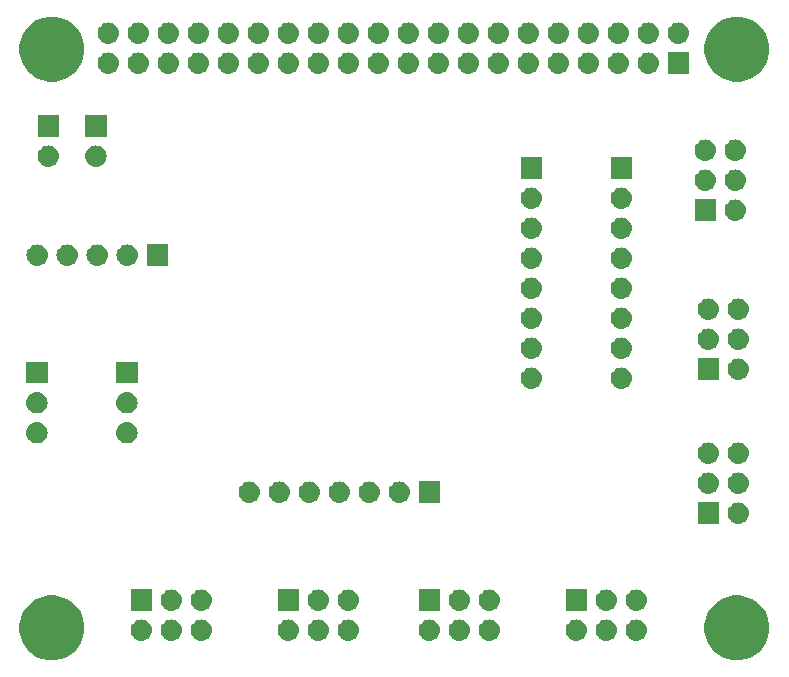
<source format=gbr>
G04 #@! TF.GenerationSoftware,KiCad,Pcbnew,(5.1.0)-1*
G04 #@! TF.CreationDate,2019-11-04T20:34:33+09:00*
G04 #@! TF.ProjectId,PakeOtiKun,50616b65-4f74-4694-9b75-6e2e6b696361,1*
G04 #@! TF.SameCoordinates,Original*
G04 #@! TF.FileFunction,Soldermask,Top*
G04 #@! TF.FilePolarity,Negative*
%FSLAX46Y46*%
G04 Gerber Fmt 4.6, Leading zero omitted, Abs format (unit mm)*
G04 Created by KiCad (PCBNEW (5.1.0)-1) date 2019-11-04 20:34:33*
%MOMM*%
%LPD*%
G04 APERTURE LIST*
%ADD10C,0.100000*%
G04 APERTURE END LIST*
D10*
G36*
X166802144Y-120605680D02*
G01*
X167302612Y-120812981D01*
X167753022Y-121113935D01*
X168136065Y-121496978D01*
X168437019Y-121947388D01*
X168644320Y-122447856D01*
X168750000Y-122979147D01*
X168750000Y-123520853D01*
X168644320Y-124052144D01*
X168437019Y-124552612D01*
X168136065Y-125003022D01*
X167753022Y-125386065D01*
X167302612Y-125687019D01*
X166802144Y-125894320D01*
X166270853Y-126000000D01*
X165729147Y-126000000D01*
X165197856Y-125894320D01*
X164697388Y-125687019D01*
X164246978Y-125386065D01*
X163863935Y-125003022D01*
X163562981Y-124552612D01*
X163355680Y-124052144D01*
X163250000Y-123520853D01*
X163250000Y-122979147D01*
X163355680Y-122447856D01*
X163562981Y-121947388D01*
X163863935Y-121496978D01*
X164246978Y-121113935D01*
X164697388Y-120812981D01*
X165197856Y-120605680D01*
X165729147Y-120500000D01*
X166270853Y-120500000D01*
X166802144Y-120605680D01*
X166802144Y-120605680D01*
G37*
G36*
X108802144Y-120605680D02*
G01*
X109302612Y-120812981D01*
X109753022Y-121113935D01*
X110136065Y-121496978D01*
X110437019Y-121947388D01*
X110644320Y-122447856D01*
X110750000Y-122979147D01*
X110750000Y-123520853D01*
X110644320Y-124052144D01*
X110437019Y-124552612D01*
X110136065Y-125003022D01*
X109753022Y-125386065D01*
X109302612Y-125687019D01*
X108802144Y-125894320D01*
X108270853Y-126000000D01*
X107729147Y-126000000D01*
X107197856Y-125894320D01*
X106697388Y-125687019D01*
X106246978Y-125386065D01*
X105863935Y-125003022D01*
X105562981Y-124552612D01*
X105355680Y-124052144D01*
X105250000Y-123520853D01*
X105250000Y-122979147D01*
X105355680Y-122447856D01*
X105562981Y-121947388D01*
X105863935Y-121496978D01*
X106246978Y-121113935D01*
X106697388Y-120812981D01*
X107197856Y-120605680D01*
X107729147Y-120500000D01*
X108270853Y-120500000D01*
X108802144Y-120605680D01*
X108802144Y-120605680D01*
G37*
G36*
X140064443Y-122549519D02*
G01*
X140130627Y-122556037D01*
X140300466Y-122607557D01*
X140456991Y-122691222D01*
X140492729Y-122720552D01*
X140594186Y-122803814D01*
X140677448Y-122905271D01*
X140706778Y-122941009D01*
X140790443Y-123097534D01*
X140841963Y-123267373D01*
X140859359Y-123444000D01*
X140841963Y-123620627D01*
X140790443Y-123790466D01*
X140706778Y-123946991D01*
X140677448Y-123982729D01*
X140594186Y-124084186D01*
X140492729Y-124167448D01*
X140456991Y-124196778D01*
X140300466Y-124280443D01*
X140130627Y-124331963D01*
X140064442Y-124338482D01*
X139998260Y-124345000D01*
X139909740Y-124345000D01*
X139843558Y-124338482D01*
X139777373Y-124331963D01*
X139607534Y-124280443D01*
X139451009Y-124196778D01*
X139415271Y-124167448D01*
X139313814Y-124084186D01*
X139230552Y-123982729D01*
X139201222Y-123946991D01*
X139117557Y-123790466D01*
X139066037Y-123620627D01*
X139048641Y-123444000D01*
X139066037Y-123267373D01*
X139117557Y-123097534D01*
X139201222Y-122941009D01*
X139230552Y-122905271D01*
X139313814Y-122803814D01*
X139415271Y-122720552D01*
X139451009Y-122691222D01*
X139607534Y-122607557D01*
X139777373Y-122556037D01*
X139843557Y-122549519D01*
X139909740Y-122543000D01*
X139998260Y-122543000D01*
X140064443Y-122549519D01*
X140064443Y-122549519D01*
G37*
G36*
X142604443Y-122549519D02*
G01*
X142670627Y-122556037D01*
X142840466Y-122607557D01*
X142996991Y-122691222D01*
X143032729Y-122720552D01*
X143134186Y-122803814D01*
X143217448Y-122905271D01*
X143246778Y-122941009D01*
X143330443Y-123097534D01*
X143381963Y-123267373D01*
X143399359Y-123444000D01*
X143381963Y-123620627D01*
X143330443Y-123790466D01*
X143246778Y-123946991D01*
X143217448Y-123982729D01*
X143134186Y-124084186D01*
X143032729Y-124167448D01*
X142996991Y-124196778D01*
X142840466Y-124280443D01*
X142670627Y-124331963D01*
X142604442Y-124338482D01*
X142538260Y-124345000D01*
X142449740Y-124345000D01*
X142383558Y-124338482D01*
X142317373Y-124331963D01*
X142147534Y-124280443D01*
X141991009Y-124196778D01*
X141955271Y-124167448D01*
X141853814Y-124084186D01*
X141770552Y-123982729D01*
X141741222Y-123946991D01*
X141657557Y-123790466D01*
X141606037Y-123620627D01*
X141588641Y-123444000D01*
X141606037Y-123267373D01*
X141657557Y-123097534D01*
X141741222Y-122941009D01*
X141770552Y-122905271D01*
X141853814Y-122803814D01*
X141955271Y-122720552D01*
X141991009Y-122691222D01*
X142147534Y-122607557D01*
X142317373Y-122556037D01*
X142383557Y-122549519D01*
X142449740Y-122543000D01*
X142538260Y-122543000D01*
X142604443Y-122549519D01*
X142604443Y-122549519D01*
G37*
G36*
X157590443Y-122549519D02*
G01*
X157656627Y-122556037D01*
X157826466Y-122607557D01*
X157982991Y-122691222D01*
X158018729Y-122720552D01*
X158120186Y-122803814D01*
X158203448Y-122905271D01*
X158232778Y-122941009D01*
X158316443Y-123097534D01*
X158367963Y-123267373D01*
X158385359Y-123444000D01*
X158367963Y-123620627D01*
X158316443Y-123790466D01*
X158232778Y-123946991D01*
X158203448Y-123982729D01*
X158120186Y-124084186D01*
X158018729Y-124167448D01*
X157982991Y-124196778D01*
X157826466Y-124280443D01*
X157656627Y-124331963D01*
X157590442Y-124338482D01*
X157524260Y-124345000D01*
X157435740Y-124345000D01*
X157369558Y-124338482D01*
X157303373Y-124331963D01*
X157133534Y-124280443D01*
X156977009Y-124196778D01*
X156941271Y-124167448D01*
X156839814Y-124084186D01*
X156756552Y-123982729D01*
X156727222Y-123946991D01*
X156643557Y-123790466D01*
X156592037Y-123620627D01*
X156574641Y-123444000D01*
X156592037Y-123267373D01*
X156643557Y-123097534D01*
X156727222Y-122941009D01*
X156756552Y-122905271D01*
X156839814Y-122803814D01*
X156941271Y-122720552D01*
X156977009Y-122691222D01*
X157133534Y-122607557D01*
X157303373Y-122556037D01*
X157369557Y-122549519D01*
X157435740Y-122543000D01*
X157524260Y-122543000D01*
X157590443Y-122549519D01*
X157590443Y-122549519D01*
G37*
G36*
X155050443Y-122549519D02*
G01*
X155116627Y-122556037D01*
X155286466Y-122607557D01*
X155442991Y-122691222D01*
X155478729Y-122720552D01*
X155580186Y-122803814D01*
X155663448Y-122905271D01*
X155692778Y-122941009D01*
X155776443Y-123097534D01*
X155827963Y-123267373D01*
X155845359Y-123444000D01*
X155827963Y-123620627D01*
X155776443Y-123790466D01*
X155692778Y-123946991D01*
X155663448Y-123982729D01*
X155580186Y-124084186D01*
X155478729Y-124167448D01*
X155442991Y-124196778D01*
X155286466Y-124280443D01*
X155116627Y-124331963D01*
X155050442Y-124338482D01*
X154984260Y-124345000D01*
X154895740Y-124345000D01*
X154829558Y-124338482D01*
X154763373Y-124331963D01*
X154593534Y-124280443D01*
X154437009Y-124196778D01*
X154401271Y-124167448D01*
X154299814Y-124084186D01*
X154216552Y-123982729D01*
X154187222Y-123946991D01*
X154103557Y-123790466D01*
X154052037Y-123620627D01*
X154034641Y-123444000D01*
X154052037Y-123267373D01*
X154103557Y-123097534D01*
X154187222Y-122941009D01*
X154216552Y-122905271D01*
X154299814Y-122803814D01*
X154401271Y-122720552D01*
X154437009Y-122691222D01*
X154593534Y-122607557D01*
X154763373Y-122556037D01*
X154829557Y-122549519D01*
X154895740Y-122543000D01*
X154984260Y-122543000D01*
X155050443Y-122549519D01*
X155050443Y-122549519D01*
G37*
G36*
X152510443Y-122549519D02*
G01*
X152576627Y-122556037D01*
X152746466Y-122607557D01*
X152902991Y-122691222D01*
X152938729Y-122720552D01*
X153040186Y-122803814D01*
X153123448Y-122905271D01*
X153152778Y-122941009D01*
X153236443Y-123097534D01*
X153287963Y-123267373D01*
X153305359Y-123444000D01*
X153287963Y-123620627D01*
X153236443Y-123790466D01*
X153152778Y-123946991D01*
X153123448Y-123982729D01*
X153040186Y-124084186D01*
X152938729Y-124167448D01*
X152902991Y-124196778D01*
X152746466Y-124280443D01*
X152576627Y-124331963D01*
X152510442Y-124338482D01*
X152444260Y-124345000D01*
X152355740Y-124345000D01*
X152289558Y-124338482D01*
X152223373Y-124331963D01*
X152053534Y-124280443D01*
X151897009Y-124196778D01*
X151861271Y-124167448D01*
X151759814Y-124084186D01*
X151676552Y-123982729D01*
X151647222Y-123946991D01*
X151563557Y-123790466D01*
X151512037Y-123620627D01*
X151494641Y-123444000D01*
X151512037Y-123267373D01*
X151563557Y-123097534D01*
X151647222Y-122941009D01*
X151676552Y-122905271D01*
X151759814Y-122803814D01*
X151861271Y-122720552D01*
X151897009Y-122691222D01*
X152053534Y-122607557D01*
X152223373Y-122556037D01*
X152289557Y-122549519D01*
X152355740Y-122543000D01*
X152444260Y-122543000D01*
X152510443Y-122549519D01*
X152510443Y-122549519D01*
G37*
G36*
X128126443Y-122549519D02*
G01*
X128192627Y-122556037D01*
X128362466Y-122607557D01*
X128518991Y-122691222D01*
X128554729Y-122720552D01*
X128656186Y-122803814D01*
X128739448Y-122905271D01*
X128768778Y-122941009D01*
X128852443Y-123097534D01*
X128903963Y-123267373D01*
X128921359Y-123444000D01*
X128903963Y-123620627D01*
X128852443Y-123790466D01*
X128768778Y-123946991D01*
X128739448Y-123982729D01*
X128656186Y-124084186D01*
X128554729Y-124167448D01*
X128518991Y-124196778D01*
X128362466Y-124280443D01*
X128192627Y-124331963D01*
X128126442Y-124338482D01*
X128060260Y-124345000D01*
X127971740Y-124345000D01*
X127905558Y-124338482D01*
X127839373Y-124331963D01*
X127669534Y-124280443D01*
X127513009Y-124196778D01*
X127477271Y-124167448D01*
X127375814Y-124084186D01*
X127292552Y-123982729D01*
X127263222Y-123946991D01*
X127179557Y-123790466D01*
X127128037Y-123620627D01*
X127110641Y-123444000D01*
X127128037Y-123267373D01*
X127179557Y-123097534D01*
X127263222Y-122941009D01*
X127292552Y-122905271D01*
X127375814Y-122803814D01*
X127477271Y-122720552D01*
X127513009Y-122691222D01*
X127669534Y-122607557D01*
X127839373Y-122556037D01*
X127905557Y-122549519D01*
X127971740Y-122543000D01*
X128060260Y-122543000D01*
X128126443Y-122549519D01*
X128126443Y-122549519D01*
G37*
G36*
X130666443Y-122549519D02*
G01*
X130732627Y-122556037D01*
X130902466Y-122607557D01*
X131058991Y-122691222D01*
X131094729Y-122720552D01*
X131196186Y-122803814D01*
X131279448Y-122905271D01*
X131308778Y-122941009D01*
X131392443Y-123097534D01*
X131443963Y-123267373D01*
X131461359Y-123444000D01*
X131443963Y-123620627D01*
X131392443Y-123790466D01*
X131308778Y-123946991D01*
X131279448Y-123982729D01*
X131196186Y-124084186D01*
X131094729Y-124167448D01*
X131058991Y-124196778D01*
X130902466Y-124280443D01*
X130732627Y-124331963D01*
X130666442Y-124338482D01*
X130600260Y-124345000D01*
X130511740Y-124345000D01*
X130445558Y-124338482D01*
X130379373Y-124331963D01*
X130209534Y-124280443D01*
X130053009Y-124196778D01*
X130017271Y-124167448D01*
X129915814Y-124084186D01*
X129832552Y-123982729D01*
X129803222Y-123946991D01*
X129719557Y-123790466D01*
X129668037Y-123620627D01*
X129650641Y-123444000D01*
X129668037Y-123267373D01*
X129719557Y-123097534D01*
X129803222Y-122941009D01*
X129832552Y-122905271D01*
X129915814Y-122803814D01*
X130017271Y-122720552D01*
X130053009Y-122691222D01*
X130209534Y-122607557D01*
X130379373Y-122556037D01*
X130445557Y-122549519D01*
X130511740Y-122543000D01*
X130600260Y-122543000D01*
X130666443Y-122549519D01*
X130666443Y-122549519D01*
G37*
G36*
X115680443Y-122549519D02*
G01*
X115746627Y-122556037D01*
X115916466Y-122607557D01*
X116072991Y-122691222D01*
X116108729Y-122720552D01*
X116210186Y-122803814D01*
X116293448Y-122905271D01*
X116322778Y-122941009D01*
X116406443Y-123097534D01*
X116457963Y-123267373D01*
X116475359Y-123444000D01*
X116457963Y-123620627D01*
X116406443Y-123790466D01*
X116322778Y-123946991D01*
X116293448Y-123982729D01*
X116210186Y-124084186D01*
X116108729Y-124167448D01*
X116072991Y-124196778D01*
X115916466Y-124280443D01*
X115746627Y-124331963D01*
X115680442Y-124338482D01*
X115614260Y-124345000D01*
X115525740Y-124345000D01*
X115459558Y-124338482D01*
X115393373Y-124331963D01*
X115223534Y-124280443D01*
X115067009Y-124196778D01*
X115031271Y-124167448D01*
X114929814Y-124084186D01*
X114846552Y-123982729D01*
X114817222Y-123946991D01*
X114733557Y-123790466D01*
X114682037Y-123620627D01*
X114664641Y-123444000D01*
X114682037Y-123267373D01*
X114733557Y-123097534D01*
X114817222Y-122941009D01*
X114846552Y-122905271D01*
X114929814Y-122803814D01*
X115031271Y-122720552D01*
X115067009Y-122691222D01*
X115223534Y-122607557D01*
X115393373Y-122556037D01*
X115459557Y-122549519D01*
X115525740Y-122543000D01*
X115614260Y-122543000D01*
X115680443Y-122549519D01*
X115680443Y-122549519D01*
G37*
G36*
X118220443Y-122549519D02*
G01*
X118286627Y-122556037D01*
X118456466Y-122607557D01*
X118612991Y-122691222D01*
X118648729Y-122720552D01*
X118750186Y-122803814D01*
X118833448Y-122905271D01*
X118862778Y-122941009D01*
X118946443Y-123097534D01*
X118997963Y-123267373D01*
X119015359Y-123444000D01*
X118997963Y-123620627D01*
X118946443Y-123790466D01*
X118862778Y-123946991D01*
X118833448Y-123982729D01*
X118750186Y-124084186D01*
X118648729Y-124167448D01*
X118612991Y-124196778D01*
X118456466Y-124280443D01*
X118286627Y-124331963D01*
X118220442Y-124338482D01*
X118154260Y-124345000D01*
X118065740Y-124345000D01*
X117999558Y-124338482D01*
X117933373Y-124331963D01*
X117763534Y-124280443D01*
X117607009Y-124196778D01*
X117571271Y-124167448D01*
X117469814Y-124084186D01*
X117386552Y-123982729D01*
X117357222Y-123946991D01*
X117273557Y-123790466D01*
X117222037Y-123620627D01*
X117204641Y-123444000D01*
X117222037Y-123267373D01*
X117273557Y-123097534D01*
X117357222Y-122941009D01*
X117386552Y-122905271D01*
X117469814Y-122803814D01*
X117571271Y-122720552D01*
X117607009Y-122691222D01*
X117763534Y-122607557D01*
X117933373Y-122556037D01*
X117999557Y-122549519D01*
X118065740Y-122543000D01*
X118154260Y-122543000D01*
X118220443Y-122549519D01*
X118220443Y-122549519D01*
G37*
G36*
X120760443Y-122549519D02*
G01*
X120826627Y-122556037D01*
X120996466Y-122607557D01*
X121152991Y-122691222D01*
X121188729Y-122720552D01*
X121290186Y-122803814D01*
X121373448Y-122905271D01*
X121402778Y-122941009D01*
X121486443Y-123097534D01*
X121537963Y-123267373D01*
X121555359Y-123444000D01*
X121537963Y-123620627D01*
X121486443Y-123790466D01*
X121402778Y-123946991D01*
X121373448Y-123982729D01*
X121290186Y-124084186D01*
X121188729Y-124167448D01*
X121152991Y-124196778D01*
X120996466Y-124280443D01*
X120826627Y-124331963D01*
X120760442Y-124338482D01*
X120694260Y-124345000D01*
X120605740Y-124345000D01*
X120539558Y-124338482D01*
X120473373Y-124331963D01*
X120303534Y-124280443D01*
X120147009Y-124196778D01*
X120111271Y-124167448D01*
X120009814Y-124084186D01*
X119926552Y-123982729D01*
X119897222Y-123946991D01*
X119813557Y-123790466D01*
X119762037Y-123620627D01*
X119744641Y-123444000D01*
X119762037Y-123267373D01*
X119813557Y-123097534D01*
X119897222Y-122941009D01*
X119926552Y-122905271D01*
X120009814Y-122803814D01*
X120111271Y-122720552D01*
X120147009Y-122691222D01*
X120303534Y-122607557D01*
X120473373Y-122556037D01*
X120539557Y-122549519D01*
X120605740Y-122543000D01*
X120694260Y-122543000D01*
X120760443Y-122549519D01*
X120760443Y-122549519D01*
G37*
G36*
X133206443Y-122549519D02*
G01*
X133272627Y-122556037D01*
X133442466Y-122607557D01*
X133598991Y-122691222D01*
X133634729Y-122720552D01*
X133736186Y-122803814D01*
X133819448Y-122905271D01*
X133848778Y-122941009D01*
X133932443Y-123097534D01*
X133983963Y-123267373D01*
X134001359Y-123444000D01*
X133983963Y-123620627D01*
X133932443Y-123790466D01*
X133848778Y-123946991D01*
X133819448Y-123982729D01*
X133736186Y-124084186D01*
X133634729Y-124167448D01*
X133598991Y-124196778D01*
X133442466Y-124280443D01*
X133272627Y-124331963D01*
X133206442Y-124338482D01*
X133140260Y-124345000D01*
X133051740Y-124345000D01*
X132985558Y-124338482D01*
X132919373Y-124331963D01*
X132749534Y-124280443D01*
X132593009Y-124196778D01*
X132557271Y-124167448D01*
X132455814Y-124084186D01*
X132372552Y-123982729D01*
X132343222Y-123946991D01*
X132259557Y-123790466D01*
X132208037Y-123620627D01*
X132190641Y-123444000D01*
X132208037Y-123267373D01*
X132259557Y-123097534D01*
X132343222Y-122941009D01*
X132372552Y-122905271D01*
X132455814Y-122803814D01*
X132557271Y-122720552D01*
X132593009Y-122691222D01*
X132749534Y-122607557D01*
X132919373Y-122556037D01*
X132985557Y-122549519D01*
X133051740Y-122543000D01*
X133140260Y-122543000D01*
X133206443Y-122549519D01*
X133206443Y-122549519D01*
G37*
G36*
X145144443Y-122549519D02*
G01*
X145210627Y-122556037D01*
X145380466Y-122607557D01*
X145536991Y-122691222D01*
X145572729Y-122720552D01*
X145674186Y-122803814D01*
X145757448Y-122905271D01*
X145786778Y-122941009D01*
X145870443Y-123097534D01*
X145921963Y-123267373D01*
X145939359Y-123444000D01*
X145921963Y-123620627D01*
X145870443Y-123790466D01*
X145786778Y-123946991D01*
X145757448Y-123982729D01*
X145674186Y-124084186D01*
X145572729Y-124167448D01*
X145536991Y-124196778D01*
X145380466Y-124280443D01*
X145210627Y-124331963D01*
X145144442Y-124338482D01*
X145078260Y-124345000D01*
X144989740Y-124345000D01*
X144923558Y-124338482D01*
X144857373Y-124331963D01*
X144687534Y-124280443D01*
X144531009Y-124196778D01*
X144495271Y-124167448D01*
X144393814Y-124084186D01*
X144310552Y-123982729D01*
X144281222Y-123946991D01*
X144197557Y-123790466D01*
X144146037Y-123620627D01*
X144128641Y-123444000D01*
X144146037Y-123267373D01*
X144197557Y-123097534D01*
X144281222Y-122941009D01*
X144310552Y-122905271D01*
X144393814Y-122803814D01*
X144495271Y-122720552D01*
X144531009Y-122691222D01*
X144687534Y-122607557D01*
X144857373Y-122556037D01*
X144923557Y-122549519D01*
X144989740Y-122543000D01*
X145078260Y-122543000D01*
X145144443Y-122549519D01*
X145144443Y-122549519D01*
G37*
G36*
X133206443Y-120009519D02*
G01*
X133272627Y-120016037D01*
X133442466Y-120067557D01*
X133598991Y-120151222D01*
X133634729Y-120180552D01*
X133736186Y-120263814D01*
X133819448Y-120365271D01*
X133848778Y-120401009D01*
X133932443Y-120557534D01*
X133983963Y-120727373D01*
X134001359Y-120904000D01*
X133983963Y-121080627D01*
X133932443Y-121250466D01*
X133848778Y-121406991D01*
X133819448Y-121442729D01*
X133736186Y-121544186D01*
X133634729Y-121627448D01*
X133598991Y-121656778D01*
X133442466Y-121740443D01*
X133272627Y-121791963D01*
X133206442Y-121798482D01*
X133140260Y-121805000D01*
X133051740Y-121805000D01*
X132985558Y-121798482D01*
X132919373Y-121791963D01*
X132749534Y-121740443D01*
X132593009Y-121656778D01*
X132557271Y-121627448D01*
X132455814Y-121544186D01*
X132372552Y-121442729D01*
X132343222Y-121406991D01*
X132259557Y-121250466D01*
X132208037Y-121080627D01*
X132190641Y-120904000D01*
X132208037Y-120727373D01*
X132259557Y-120557534D01*
X132343222Y-120401009D01*
X132372552Y-120365271D01*
X132455814Y-120263814D01*
X132557271Y-120180552D01*
X132593009Y-120151222D01*
X132749534Y-120067557D01*
X132919373Y-120016037D01*
X132985557Y-120009519D01*
X133051740Y-120003000D01*
X133140260Y-120003000D01*
X133206443Y-120009519D01*
X133206443Y-120009519D01*
G37*
G36*
X153301000Y-121805000D02*
G01*
X151499000Y-121805000D01*
X151499000Y-120003000D01*
X153301000Y-120003000D01*
X153301000Y-121805000D01*
X153301000Y-121805000D01*
G37*
G36*
X145144443Y-120009519D02*
G01*
X145210627Y-120016037D01*
X145380466Y-120067557D01*
X145536991Y-120151222D01*
X145572729Y-120180552D01*
X145674186Y-120263814D01*
X145757448Y-120365271D01*
X145786778Y-120401009D01*
X145870443Y-120557534D01*
X145921963Y-120727373D01*
X145939359Y-120904000D01*
X145921963Y-121080627D01*
X145870443Y-121250466D01*
X145786778Y-121406991D01*
X145757448Y-121442729D01*
X145674186Y-121544186D01*
X145572729Y-121627448D01*
X145536991Y-121656778D01*
X145380466Y-121740443D01*
X145210627Y-121791963D01*
X145144442Y-121798482D01*
X145078260Y-121805000D01*
X144989740Y-121805000D01*
X144923558Y-121798482D01*
X144857373Y-121791963D01*
X144687534Y-121740443D01*
X144531009Y-121656778D01*
X144495271Y-121627448D01*
X144393814Y-121544186D01*
X144310552Y-121442729D01*
X144281222Y-121406991D01*
X144197557Y-121250466D01*
X144146037Y-121080627D01*
X144128641Y-120904000D01*
X144146037Y-120727373D01*
X144197557Y-120557534D01*
X144281222Y-120401009D01*
X144310552Y-120365271D01*
X144393814Y-120263814D01*
X144495271Y-120180552D01*
X144531009Y-120151222D01*
X144687534Y-120067557D01*
X144857373Y-120016037D01*
X144923557Y-120009519D01*
X144989740Y-120003000D01*
X145078260Y-120003000D01*
X145144443Y-120009519D01*
X145144443Y-120009519D01*
G37*
G36*
X155050443Y-120009519D02*
G01*
X155116627Y-120016037D01*
X155286466Y-120067557D01*
X155442991Y-120151222D01*
X155478729Y-120180552D01*
X155580186Y-120263814D01*
X155663448Y-120365271D01*
X155692778Y-120401009D01*
X155776443Y-120557534D01*
X155827963Y-120727373D01*
X155845359Y-120904000D01*
X155827963Y-121080627D01*
X155776443Y-121250466D01*
X155692778Y-121406991D01*
X155663448Y-121442729D01*
X155580186Y-121544186D01*
X155478729Y-121627448D01*
X155442991Y-121656778D01*
X155286466Y-121740443D01*
X155116627Y-121791963D01*
X155050442Y-121798482D01*
X154984260Y-121805000D01*
X154895740Y-121805000D01*
X154829558Y-121798482D01*
X154763373Y-121791963D01*
X154593534Y-121740443D01*
X154437009Y-121656778D01*
X154401271Y-121627448D01*
X154299814Y-121544186D01*
X154216552Y-121442729D01*
X154187222Y-121406991D01*
X154103557Y-121250466D01*
X154052037Y-121080627D01*
X154034641Y-120904000D01*
X154052037Y-120727373D01*
X154103557Y-120557534D01*
X154187222Y-120401009D01*
X154216552Y-120365271D01*
X154299814Y-120263814D01*
X154401271Y-120180552D01*
X154437009Y-120151222D01*
X154593534Y-120067557D01*
X154763373Y-120016037D01*
X154829557Y-120009519D01*
X154895740Y-120003000D01*
X154984260Y-120003000D01*
X155050443Y-120009519D01*
X155050443Y-120009519D01*
G37*
G36*
X142604443Y-120009519D02*
G01*
X142670627Y-120016037D01*
X142840466Y-120067557D01*
X142996991Y-120151222D01*
X143032729Y-120180552D01*
X143134186Y-120263814D01*
X143217448Y-120365271D01*
X143246778Y-120401009D01*
X143330443Y-120557534D01*
X143381963Y-120727373D01*
X143399359Y-120904000D01*
X143381963Y-121080627D01*
X143330443Y-121250466D01*
X143246778Y-121406991D01*
X143217448Y-121442729D01*
X143134186Y-121544186D01*
X143032729Y-121627448D01*
X142996991Y-121656778D01*
X142840466Y-121740443D01*
X142670627Y-121791963D01*
X142604442Y-121798482D01*
X142538260Y-121805000D01*
X142449740Y-121805000D01*
X142383558Y-121798482D01*
X142317373Y-121791963D01*
X142147534Y-121740443D01*
X141991009Y-121656778D01*
X141955271Y-121627448D01*
X141853814Y-121544186D01*
X141770552Y-121442729D01*
X141741222Y-121406991D01*
X141657557Y-121250466D01*
X141606037Y-121080627D01*
X141588641Y-120904000D01*
X141606037Y-120727373D01*
X141657557Y-120557534D01*
X141741222Y-120401009D01*
X141770552Y-120365271D01*
X141853814Y-120263814D01*
X141955271Y-120180552D01*
X141991009Y-120151222D01*
X142147534Y-120067557D01*
X142317373Y-120016037D01*
X142383557Y-120009519D01*
X142449740Y-120003000D01*
X142538260Y-120003000D01*
X142604443Y-120009519D01*
X142604443Y-120009519D01*
G37*
G36*
X157590443Y-120009519D02*
G01*
X157656627Y-120016037D01*
X157826466Y-120067557D01*
X157982991Y-120151222D01*
X158018729Y-120180552D01*
X158120186Y-120263814D01*
X158203448Y-120365271D01*
X158232778Y-120401009D01*
X158316443Y-120557534D01*
X158367963Y-120727373D01*
X158385359Y-120904000D01*
X158367963Y-121080627D01*
X158316443Y-121250466D01*
X158232778Y-121406991D01*
X158203448Y-121442729D01*
X158120186Y-121544186D01*
X158018729Y-121627448D01*
X157982991Y-121656778D01*
X157826466Y-121740443D01*
X157656627Y-121791963D01*
X157590442Y-121798482D01*
X157524260Y-121805000D01*
X157435740Y-121805000D01*
X157369558Y-121798482D01*
X157303373Y-121791963D01*
X157133534Y-121740443D01*
X156977009Y-121656778D01*
X156941271Y-121627448D01*
X156839814Y-121544186D01*
X156756552Y-121442729D01*
X156727222Y-121406991D01*
X156643557Y-121250466D01*
X156592037Y-121080627D01*
X156574641Y-120904000D01*
X156592037Y-120727373D01*
X156643557Y-120557534D01*
X156727222Y-120401009D01*
X156756552Y-120365271D01*
X156839814Y-120263814D01*
X156941271Y-120180552D01*
X156977009Y-120151222D01*
X157133534Y-120067557D01*
X157303373Y-120016037D01*
X157369557Y-120009519D01*
X157435740Y-120003000D01*
X157524260Y-120003000D01*
X157590443Y-120009519D01*
X157590443Y-120009519D01*
G37*
G36*
X120760443Y-120009519D02*
G01*
X120826627Y-120016037D01*
X120996466Y-120067557D01*
X121152991Y-120151222D01*
X121188729Y-120180552D01*
X121290186Y-120263814D01*
X121373448Y-120365271D01*
X121402778Y-120401009D01*
X121486443Y-120557534D01*
X121537963Y-120727373D01*
X121555359Y-120904000D01*
X121537963Y-121080627D01*
X121486443Y-121250466D01*
X121402778Y-121406991D01*
X121373448Y-121442729D01*
X121290186Y-121544186D01*
X121188729Y-121627448D01*
X121152991Y-121656778D01*
X120996466Y-121740443D01*
X120826627Y-121791963D01*
X120760442Y-121798482D01*
X120694260Y-121805000D01*
X120605740Y-121805000D01*
X120539558Y-121798482D01*
X120473373Y-121791963D01*
X120303534Y-121740443D01*
X120147009Y-121656778D01*
X120111271Y-121627448D01*
X120009814Y-121544186D01*
X119926552Y-121442729D01*
X119897222Y-121406991D01*
X119813557Y-121250466D01*
X119762037Y-121080627D01*
X119744641Y-120904000D01*
X119762037Y-120727373D01*
X119813557Y-120557534D01*
X119897222Y-120401009D01*
X119926552Y-120365271D01*
X120009814Y-120263814D01*
X120111271Y-120180552D01*
X120147009Y-120151222D01*
X120303534Y-120067557D01*
X120473373Y-120016037D01*
X120539557Y-120009519D01*
X120605740Y-120003000D01*
X120694260Y-120003000D01*
X120760443Y-120009519D01*
X120760443Y-120009519D01*
G37*
G36*
X140855000Y-121805000D02*
G01*
X139053000Y-121805000D01*
X139053000Y-120003000D01*
X140855000Y-120003000D01*
X140855000Y-121805000D01*
X140855000Y-121805000D01*
G37*
G36*
X128917000Y-121805000D02*
G01*
X127115000Y-121805000D01*
X127115000Y-120003000D01*
X128917000Y-120003000D01*
X128917000Y-121805000D01*
X128917000Y-121805000D01*
G37*
G36*
X118220443Y-120009519D02*
G01*
X118286627Y-120016037D01*
X118456466Y-120067557D01*
X118612991Y-120151222D01*
X118648729Y-120180552D01*
X118750186Y-120263814D01*
X118833448Y-120365271D01*
X118862778Y-120401009D01*
X118946443Y-120557534D01*
X118997963Y-120727373D01*
X119015359Y-120904000D01*
X118997963Y-121080627D01*
X118946443Y-121250466D01*
X118862778Y-121406991D01*
X118833448Y-121442729D01*
X118750186Y-121544186D01*
X118648729Y-121627448D01*
X118612991Y-121656778D01*
X118456466Y-121740443D01*
X118286627Y-121791963D01*
X118220442Y-121798482D01*
X118154260Y-121805000D01*
X118065740Y-121805000D01*
X117999558Y-121798482D01*
X117933373Y-121791963D01*
X117763534Y-121740443D01*
X117607009Y-121656778D01*
X117571271Y-121627448D01*
X117469814Y-121544186D01*
X117386552Y-121442729D01*
X117357222Y-121406991D01*
X117273557Y-121250466D01*
X117222037Y-121080627D01*
X117204641Y-120904000D01*
X117222037Y-120727373D01*
X117273557Y-120557534D01*
X117357222Y-120401009D01*
X117386552Y-120365271D01*
X117469814Y-120263814D01*
X117571271Y-120180552D01*
X117607009Y-120151222D01*
X117763534Y-120067557D01*
X117933373Y-120016037D01*
X117999557Y-120009519D01*
X118065740Y-120003000D01*
X118154260Y-120003000D01*
X118220443Y-120009519D01*
X118220443Y-120009519D01*
G37*
G36*
X130666443Y-120009519D02*
G01*
X130732627Y-120016037D01*
X130902466Y-120067557D01*
X131058991Y-120151222D01*
X131094729Y-120180552D01*
X131196186Y-120263814D01*
X131279448Y-120365271D01*
X131308778Y-120401009D01*
X131392443Y-120557534D01*
X131443963Y-120727373D01*
X131461359Y-120904000D01*
X131443963Y-121080627D01*
X131392443Y-121250466D01*
X131308778Y-121406991D01*
X131279448Y-121442729D01*
X131196186Y-121544186D01*
X131094729Y-121627448D01*
X131058991Y-121656778D01*
X130902466Y-121740443D01*
X130732627Y-121791963D01*
X130666442Y-121798482D01*
X130600260Y-121805000D01*
X130511740Y-121805000D01*
X130445558Y-121798482D01*
X130379373Y-121791963D01*
X130209534Y-121740443D01*
X130053009Y-121656778D01*
X130017271Y-121627448D01*
X129915814Y-121544186D01*
X129832552Y-121442729D01*
X129803222Y-121406991D01*
X129719557Y-121250466D01*
X129668037Y-121080627D01*
X129650641Y-120904000D01*
X129668037Y-120727373D01*
X129719557Y-120557534D01*
X129803222Y-120401009D01*
X129832552Y-120365271D01*
X129915814Y-120263814D01*
X130017271Y-120180552D01*
X130053009Y-120151222D01*
X130209534Y-120067557D01*
X130379373Y-120016037D01*
X130445557Y-120009519D01*
X130511740Y-120003000D01*
X130600260Y-120003000D01*
X130666443Y-120009519D01*
X130666443Y-120009519D01*
G37*
G36*
X116471000Y-121805000D02*
G01*
X114669000Y-121805000D01*
X114669000Y-120003000D01*
X116471000Y-120003000D01*
X116471000Y-121805000D01*
X116471000Y-121805000D01*
G37*
G36*
X164477000Y-114439000D02*
G01*
X162675000Y-114439000D01*
X162675000Y-112637000D01*
X164477000Y-112637000D01*
X164477000Y-114439000D01*
X164477000Y-114439000D01*
G37*
G36*
X166226443Y-112643519D02*
G01*
X166292627Y-112650037D01*
X166462466Y-112701557D01*
X166618991Y-112785222D01*
X166654729Y-112814552D01*
X166756186Y-112897814D01*
X166839448Y-112999271D01*
X166868778Y-113035009D01*
X166952443Y-113191534D01*
X167003963Y-113361373D01*
X167021359Y-113538000D01*
X167003963Y-113714627D01*
X166952443Y-113884466D01*
X166868778Y-114040991D01*
X166839448Y-114076729D01*
X166756186Y-114178186D01*
X166654729Y-114261448D01*
X166618991Y-114290778D01*
X166462466Y-114374443D01*
X166292627Y-114425963D01*
X166226443Y-114432481D01*
X166160260Y-114439000D01*
X166071740Y-114439000D01*
X166005557Y-114432481D01*
X165939373Y-114425963D01*
X165769534Y-114374443D01*
X165613009Y-114290778D01*
X165577271Y-114261448D01*
X165475814Y-114178186D01*
X165392552Y-114076729D01*
X165363222Y-114040991D01*
X165279557Y-113884466D01*
X165228037Y-113714627D01*
X165210641Y-113538000D01*
X165228037Y-113361373D01*
X165279557Y-113191534D01*
X165363222Y-113035009D01*
X165392552Y-112999271D01*
X165475814Y-112897814D01*
X165577271Y-112814552D01*
X165613009Y-112785222D01*
X165769534Y-112701557D01*
X165939373Y-112650037D01*
X166005557Y-112643519D01*
X166071740Y-112637000D01*
X166160260Y-112637000D01*
X166226443Y-112643519D01*
X166226443Y-112643519D01*
G37*
G36*
X127364442Y-110865518D02*
G01*
X127430627Y-110872037D01*
X127600466Y-110923557D01*
X127756991Y-111007222D01*
X127792729Y-111036552D01*
X127894186Y-111119814D01*
X127977448Y-111221271D01*
X128006778Y-111257009D01*
X128090443Y-111413534D01*
X128141963Y-111583373D01*
X128159359Y-111760000D01*
X128141963Y-111936627D01*
X128090443Y-112106466D01*
X128006778Y-112262991D01*
X127977448Y-112298729D01*
X127894186Y-112400186D01*
X127792729Y-112483448D01*
X127756991Y-112512778D01*
X127600466Y-112596443D01*
X127430627Y-112647963D01*
X127364442Y-112654482D01*
X127298260Y-112661000D01*
X127209740Y-112661000D01*
X127143558Y-112654482D01*
X127077373Y-112647963D01*
X126907534Y-112596443D01*
X126751009Y-112512778D01*
X126715271Y-112483448D01*
X126613814Y-112400186D01*
X126530552Y-112298729D01*
X126501222Y-112262991D01*
X126417557Y-112106466D01*
X126366037Y-111936627D01*
X126348641Y-111760000D01*
X126366037Y-111583373D01*
X126417557Y-111413534D01*
X126501222Y-111257009D01*
X126530552Y-111221271D01*
X126613814Y-111119814D01*
X126715271Y-111036552D01*
X126751009Y-111007222D01*
X126907534Y-110923557D01*
X127077373Y-110872037D01*
X127143558Y-110865518D01*
X127209740Y-110859000D01*
X127298260Y-110859000D01*
X127364442Y-110865518D01*
X127364442Y-110865518D01*
G37*
G36*
X140855000Y-112661000D02*
G01*
X139053000Y-112661000D01*
X139053000Y-110859000D01*
X140855000Y-110859000D01*
X140855000Y-112661000D01*
X140855000Y-112661000D01*
G37*
G36*
X124824442Y-110865518D02*
G01*
X124890627Y-110872037D01*
X125060466Y-110923557D01*
X125216991Y-111007222D01*
X125252729Y-111036552D01*
X125354186Y-111119814D01*
X125437448Y-111221271D01*
X125466778Y-111257009D01*
X125550443Y-111413534D01*
X125601963Y-111583373D01*
X125619359Y-111760000D01*
X125601963Y-111936627D01*
X125550443Y-112106466D01*
X125466778Y-112262991D01*
X125437448Y-112298729D01*
X125354186Y-112400186D01*
X125252729Y-112483448D01*
X125216991Y-112512778D01*
X125060466Y-112596443D01*
X124890627Y-112647963D01*
X124824442Y-112654482D01*
X124758260Y-112661000D01*
X124669740Y-112661000D01*
X124603558Y-112654482D01*
X124537373Y-112647963D01*
X124367534Y-112596443D01*
X124211009Y-112512778D01*
X124175271Y-112483448D01*
X124073814Y-112400186D01*
X123990552Y-112298729D01*
X123961222Y-112262991D01*
X123877557Y-112106466D01*
X123826037Y-111936627D01*
X123808641Y-111760000D01*
X123826037Y-111583373D01*
X123877557Y-111413534D01*
X123961222Y-111257009D01*
X123990552Y-111221271D01*
X124073814Y-111119814D01*
X124175271Y-111036552D01*
X124211009Y-111007222D01*
X124367534Y-110923557D01*
X124537373Y-110872037D01*
X124603558Y-110865518D01*
X124669740Y-110859000D01*
X124758260Y-110859000D01*
X124824442Y-110865518D01*
X124824442Y-110865518D01*
G37*
G36*
X129904442Y-110865518D02*
G01*
X129970627Y-110872037D01*
X130140466Y-110923557D01*
X130296991Y-111007222D01*
X130332729Y-111036552D01*
X130434186Y-111119814D01*
X130517448Y-111221271D01*
X130546778Y-111257009D01*
X130630443Y-111413534D01*
X130681963Y-111583373D01*
X130699359Y-111760000D01*
X130681963Y-111936627D01*
X130630443Y-112106466D01*
X130546778Y-112262991D01*
X130517448Y-112298729D01*
X130434186Y-112400186D01*
X130332729Y-112483448D01*
X130296991Y-112512778D01*
X130140466Y-112596443D01*
X129970627Y-112647963D01*
X129904442Y-112654482D01*
X129838260Y-112661000D01*
X129749740Y-112661000D01*
X129683558Y-112654482D01*
X129617373Y-112647963D01*
X129447534Y-112596443D01*
X129291009Y-112512778D01*
X129255271Y-112483448D01*
X129153814Y-112400186D01*
X129070552Y-112298729D01*
X129041222Y-112262991D01*
X128957557Y-112106466D01*
X128906037Y-111936627D01*
X128888641Y-111760000D01*
X128906037Y-111583373D01*
X128957557Y-111413534D01*
X129041222Y-111257009D01*
X129070552Y-111221271D01*
X129153814Y-111119814D01*
X129255271Y-111036552D01*
X129291009Y-111007222D01*
X129447534Y-110923557D01*
X129617373Y-110872037D01*
X129683558Y-110865518D01*
X129749740Y-110859000D01*
X129838260Y-110859000D01*
X129904442Y-110865518D01*
X129904442Y-110865518D01*
G37*
G36*
X137524442Y-110865518D02*
G01*
X137590627Y-110872037D01*
X137760466Y-110923557D01*
X137916991Y-111007222D01*
X137952729Y-111036552D01*
X138054186Y-111119814D01*
X138137448Y-111221271D01*
X138166778Y-111257009D01*
X138250443Y-111413534D01*
X138301963Y-111583373D01*
X138319359Y-111760000D01*
X138301963Y-111936627D01*
X138250443Y-112106466D01*
X138166778Y-112262991D01*
X138137448Y-112298729D01*
X138054186Y-112400186D01*
X137952729Y-112483448D01*
X137916991Y-112512778D01*
X137760466Y-112596443D01*
X137590627Y-112647963D01*
X137524442Y-112654482D01*
X137458260Y-112661000D01*
X137369740Y-112661000D01*
X137303558Y-112654482D01*
X137237373Y-112647963D01*
X137067534Y-112596443D01*
X136911009Y-112512778D01*
X136875271Y-112483448D01*
X136773814Y-112400186D01*
X136690552Y-112298729D01*
X136661222Y-112262991D01*
X136577557Y-112106466D01*
X136526037Y-111936627D01*
X136508641Y-111760000D01*
X136526037Y-111583373D01*
X136577557Y-111413534D01*
X136661222Y-111257009D01*
X136690552Y-111221271D01*
X136773814Y-111119814D01*
X136875271Y-111036552D01*
X136911009Y-111007222D01*
X137067534Y-110923557D01*
X137237373Y-110872037D01*
X137303558Y-110865518D01*
X137369740Y-110859000D01*
X137458260Y-110859000D01*
X137524442Y-110865518D01*
X137524442Y-110865518D01*
G37*
G36*
X134984442Y-110865518D02*
G01*
X135050627Y-110872037D01*
X135220466Y-110923557D01*
X135376991Y-111007222D01*
X135412729Y-111036552D01*
X135514186Y-111119814D01*
X135597448Y-111221271D01*
X135626778Y-111257009D01*
X135710443Y-111413534D01*
X135761963Y-111583373D01*
X135779359Y-111760000D01*
X135761963Y-111936627D01*
X135710443Y-112106466D01*
X135626778Y-112262991D01*
X135597448Y-112298729D01*
X135514186Y-112400186D01*
X135412729Y-112483448D01*
X135376991Y-112512778D01*
X135220466Y-112596443D01*
X135050627Y-112647963D01*
X134984442Y-112654482D01*
X134918260Y-112661000D01*
X134829740Y-112661000D01*
X134763558Y-112654482D01*
X134697373Y-112647963D01*
X134527534Y-112596443D01*
X134371009Y-112512778D01*
X134335271Y-112483448D01*
X134233814Y-112400186D01*
X134150552Y-112298729D01*
X134121222Y-112262991D01*
X134037557Y-112106466D01*
X133986037Y-111936627D01*
X133968641Y-111760000D01*
X133986037Y-111583373D01*
X134037557Y-111413534D01*
X134121222Y-111257009D01*
X134150552Y-111221271D01*
X134233814Y-111119814D01*
X134335271Y-111036552D01*
X134371009Y-111007222D01*
X134527534Y-110923557D01*
X134697373Y-110872037D01*
X134763558Y-110865518D01*
X134829740Y-110859000D01*
X134918260Y-110859000D01*
X134984442Y-110865518D01*
X134984442Y-110865518D01*
G37*
G36*
X132444442Y-110865518D02*
G01*
X132510627Y-110872037D01*
X132680466Y-110923557D01*
X132836991Y-111007222D01*
X132872729Y-111036552D01*
X132974186Y-111119814D01*
X133057448Y-111221271D01*
X133086778Y-111257009D01*
X133170443Y-111413534D01*
X133221963Y-111583373D01*
X133239359Y-111760000D01*
X133221963Y-111936627D01*
X133170443Y-112106466D01*
X133086778Y-112262991D01*
X133057448Y-112298729D01*
X132974186Y-112400186D01*
X132872729Y-112483448D01*
X132836991Y-112512778D01*
X132680466Y-112596443D01*
X132510627Y-112647963D01*
X132444442Y-112654482D01*
X132378260Y-112661000D01*
X132289740Y-112661000D01*
X132223558Y-112654482D01*
X132157373Y-112647963D01*
X131987534Y-112596443D01*
X131831009Y-112512778D01*
X131795271Y-112483448D01*
X131693814Y-112400186D01*
X131610552Y-112298729D01*
X131581222Y-112262991D01*
X131497557Y-112106466D01*
X131446037Y-111936627D01*
X131428641Y-111760000D01*
X131446037Y-111583373D01*
X131497557Y-111413534D01*
X131581222Y-111257009D01*
X131610552Y-111221271D01*
X131693814Y-111119814D01*
X131795271Y-111036552D01*
X131831009Y-111007222D01*
X131987534Y-110923557D01*
X132157373Y-110872037D01*
X132223558Y-110865518D01*
X132289740Y-110859000D01*
X132378260Y-110859000D01*
X132444442Y-110865518D01*
X132444442Y-110865518D01*
G37*
G36*
X166226443Y-110103519D02*
G01*
X166292627Y-110110037D01*
X166462466Y-110161557D01*
X166618991Y-110245222D01*
X166654729Y-110274552D01*
X166756186Y-110357814D01*
X166839448Y-110459271D01*
X166868778Y-110495009D01*
X166952443Y-110651534D01*
X167003963Y-110821373D01*
X167021359Y-110998000D01*
X167003963Y-111174627D01*
X166952443Y-111344466D01*
X166868778Y-111500991D01*
X166839448Y-111536729D01*
X166756186Y-111638186D01*
X166654729Y-111721448D01*
X166618991Y-111750778D01*
X166462466Y-111834443D01*
X166292627Y-111885963D01*
X166226442Y-111892482D01*
X166160260Y-111899000D01*
X166071740Y-111899000D01*
X166005558Y-111892482D01*
X165939373Y-111885963D01*
X165769534Y-111834443D01*
X165613009Y-111750778D01*
X165577271Y-111721448D01*
X165475814Y-111638186D01*
X165392552Y-111536729D01*
X165363222Y-111500991D01*
X165279557Y-111344466D01*
X165228037Y-111174627D01*
X165210641Y-110998000D01*
X165228037Y-110821373D01*
X165279557Y-110651534D01*
X165363222Y-110495009D01*
X165392552Y-110459271D01*
X165475814Y-110357814D01*
X165577271Y-110274552D01*
X165613009Y-110245222D01*
X165769534Y-110161557D01*
X165939373Y-110110037D01*
X166005557Y-110103519D01*
X166071740Y-110097000D01*
X166160260Y-110097000D01*
X166226443Y-110103519D01*
X166226443Y-110103519D01*
G37*
G36*
X163686443Y-110103519D02*
G01*
X163752627Y-110110037D01*
X163922466Y-110161557D01*
X164078991Y-110245222D01*
X164114729Y-110274552D01*
X164216186Y-110357814D01*
X164299448Y-110459271D01*
X164328778Y-110495009D01*
X164412443Y-110651534D01*
X164463963Y-110821373D01*
X164481359Y-110998000D01*
X164463963Y-111174627D01*
X164412443Y-111344466D01*
X164328778Y-111500991D01*
X164299448Y-111536729D01*
X164216186Y-111638186D01*
X164114729Y-111721448D01*
X164078991Y-111750778D01*
X163922466Y-111834443D01*
X163752627Y-111885963D01*
X163686442Y-111892482D01*
X163620260Y-111899000D01*
X163531740Y-111899000D01*
X163465558Y-111892482D01*
X163399373Y-111885963D01*
X163229534Y-111834443D01*
X163073009Y-111750778D01*
X163037271Y-111721448D01*
X162935814Y-111638186D01*
X162852552Y-111536729D01*
X162823222Y-111500991D01*
X162739557Y-111344466D01*
X162688037Y-111174627D01*
X162670641Y-110998000D01*
X162688037Y-110821373D01*
X162739557Y-110651534D01*
X162823222Y-110495009D01*
X162852552Y-110459271D01*
X162935814Y-110357814D01*
X163037271Y-110274552D01*
X163073009Y-110245222D01*
X163229534Y-110161557D01*
X163399373Y-110110037D01*
X163465557Y-110103519D01*
X163531740Y-110097000D01*
X163620260Y-110097000D01*
X163686443Y-110103519D01*
X163686443Y-110103519D01*
G37*
G36*
X163686443Y-107563519D02*
G01*
X163752627Y-107570037D01*
X163922466Y-107621557D01*
X164078991Y-107705222D01*
X164114729Y-107734552D01*
X164216186Y-107817814D01*
X164299448Y-107919271D01*
X164328778Y-107955009D01*
X164412443Y-108111534D01*
X164463963Y-108281373D01*
X164481359Y-108458000D01*
X164463963Y-108634627D01*
X164412443Y-108804466D01*
X164328778Y-108960991D01*
X164299448Y-108996729D01*
X164216186Y-109098186D01*
X164114729Y-109181448D01*
X164078991Y-109210778D01*
X163922466Y-109294443D01*
X163752627Y-109345963D01*
X163686443Y-109352481D01*
X163620260Y-109359000D01*
X163531740Y-109359000D01*
X163465557Y-109352481D01*
X163399373Y-109345963D01*
X163229534Y-109294443D01*
X163073009Y-109210778D01*
X163037271Y-109181448D01*
X162935814Y-109098186D01*
X162852552Y-108996729D01*
X162823222Y-108960991D01*
X162739557Y-108804466D01*
X162688037Y-108634627D01*
X162670641Y-108458000D01*
X162688037Y-108281373D01*
X162739557Y-108111534D01*
X162823222Y-107955009D01*
X162852552Y-107919271D01*
X162935814Y-107817814D01*
X163037271Y-107734552D01*
X163073009Y-107705222D01*
X163229534Y-107621557D01*
X163399373Y-107570037D01*
X163465557Y-107563519D01*
X163531740Y-107557000D01*
X163620260Y-107557000D01*
X163686443Y-107563519D01*
X163686443Y-107563519D01*
G37*
G36*
X166226443Y-107563519D02*
G01*
X166292627Y-107570037D01*
X166462466Y-107621557D01*
X166618991Y-107705222D01*
X166654729Y-107734552D01*
X166756186Y-107817814D01*
X166839448Y-107919271D01*
X166868778Y-107955009D01*
X166952443Y-108111534D01*
X167003963Y-108281373D01*
X167021359Y-108458000D01*
X167003963Y-108634627D01*
X166952443Y-108804466D01*
X166868778Y-108960991D01*
X166839448Y-108996729D01*
X166756186Y-109098186D01*
X166654729Y-109181448D01*
X166618991Y-109210778D01*
X166462466Y-109294443D01*
X166292627Y-109345963D01*
X166226443Y-109352481D01*
X166160260Y-109359000D01*
X166071740Y-109359000D01*
X166005557Y-109352481D01*
X165939373Y-109345963D01*
X165769534Y-109294443D01*
X165613009Y-109210778D01*
X165577271Y-109181448D01*
X165475814Y-109098186D01*
X165392552Y-108996729D01*
X165363222Y-108960991D01*
X165279557Y-108804466D01*
X165228037Y-108634627D01*
X165210641Y-108458000D01*
X165228037Y-108281373D01*
X165279557Y-108111534D01*
X165363222Y-107955009D01*
X165392552Y-107919271D01*
X165475814Y-107817814D01*
X165577271Y-107734552D01*
X165613009Y-107705222D01*
X165769534Y-107621557D01*
X165939373Y-107570037D01*
X166005557Y-107563519D01*
X166071740Y-107557000D01*
X166160260Y-107557000D01*
X166226443Y-107563519D01*
X166226443Y-107563519D01*
G37*
G36*
X114461242Y-105836318D02*
G01*
X114527427Y-105842837D01*
X114697266Y-105894357D01*
X114853791Y-105978022D01*
X114889529Y-106007352D01*
X114990986Y-106090614D01*
X115074248Y-106192071D01*
X115103578Y-106227809D01*
X115187243Y-106384334D01*
X115238763Y-106554173D01*
X115256159Y-106730800D01*
X115238763Y-106907427D01*
X115187243Y-107077266D01*
X115103578Y-107233791D01*
X115074248Y-107269529D01*
X114990986Y-107370986D01*
X114889529Y-107454248D01*
X114853791Y-107483578D01*
X114697266Y-107567243D01*
X114527427Y-107618763D01*
X114461243Y-107625281D01*
X114395060Y-107631800D01*
X114306540Y-107631800D01*
X114240357Y-107625281D01*
X114174173Y-107618763D01*
X114004334Y-107567243D01*
X113847809Y-107483578D01*
X113812071Y-107454248D01*
X113710614Y-107370986D01*
X113627352Y-107269529D01*
X113598022Y-107233791D01*
X113514357Y-107077266D01*
X113462837Y-106907427D01*
X113445441Y-106730800D01*
X113462837Y-106554173D01*
X113514357Y-106384334D01*
X113598022Y-106227809D01*
X113627352Y-106192071D01*
X113710614Y-106090614D01*
X113812071Y-106007352D01*
X113847809Y-105978022D01*
X114004334Y-105894357D01*
X114174173Y-105842837D01*
X114240358Y-105836318D01*
X114306540Y-105829800D01*
X114395060Y-105829800D01*
X114461242Y-105836318D01*
X114461242Y-105836318D01*
G37*
G36*
X106841242Y-105836318D02*
G01*
X106907427Y-105842837D01*
X107077266Y-105894357D01*
X107233791Y-105978022D01*
X107269529Y-106007352D01*
X107370986Y-106090614D01*
X107454248Y-106192071D01*
X107483578Y-106227809D01*
X107567243Y-106384334D01*
X107618763Y-106554173D01*
X107636159Y-106730800D01*
X107618763Y-106907427D01*
X107567243Y-107077266D01*
X107483578Y-107233791D01*
X107454248Y-107269529D01*
X107370986Y-107370986D01*
X107269529Y-107454248D01*
X107233791Y-107483578D01*
X107077266Y-107567243D01*
X106907427Y-107618763D01*
X106841243Y-107625281D01*
X106775060Y-107631800D01*
X106686540Y-107631800D01*
X106620357Y-107625281D01*
X106554173Y-107618763D01*
X106384334Y-107567243D01*
X106227809Y-107483578D01*
X106192071Y-107454248D01*
X106090614Y-107370986D01*
X106007352Y-107269529D01*
X105978022Y-107233791D01*
X105894357Y-107077266D01*
X105842837Y-106907427D01*
X105825441Y-106730800D01*
X105842837Y-106554173D01*
X105894357Y-106384334D01*
X105978022Y-106227809D01*
X106007352Y-106192071D01*
X106090614Y-106090614D01*
X106192071Y-106007352D01*
X106227809Y-105978022D01*
X106384334Y-105894357D01*
X106554173Y-105842837D01*
X106620358Y-105836318D01*
X106686540Y-105829800D01*
X106775060Y-105829800D01*
X106841242Y-105836318D01*
X106841242Y-105836318D01*
G37*
G36*
X106841242Y-103296318D02*
G01*
X106907427Y-103302837D01*
X107077266Y-103354357D01*
X107233791Y-103438022D01*
X107269529Y-103467352D01*
X107370986Y-103550614D01*
X107454248Y-103652071D01*
X107483578Y-103687809D01*
X107567243Y-103844334D01*
X107618763Y-104014173D01*
X107636159Y-104190800D01*
X107618763Y-104367427D01*
X107567243Y-104537266D01*
X107483578Y-104693791D01*
X107454248Y-104729529D01*
X107370986Y-104830986D01*
X107269529Y-104914248D01*
X107233791Y-104943578D01*
X107077266Y-105027243D01*
X106907427Y-105078763D01*
X106841242Y-105085282D01*
X106775060Y-105091800D01*
X106686540Y-105091800D01*
X106620358Y-105085282D01*
X106554173Y-105078763D01*
X106384334Y-105027243D01*
X106227809Y-104943578D01*
X106192071Y-104914248D01*
X106090614Y-104830986D01*
X106007352Y-104729529D01*
X105978022Y-104693791D01*
X105894357Y-104537266D01*
X105842837Y-104367427D01*
X105825441Y-104190800D01*
X105842837Y-104014173D01*
X105894357Y-103844334D01*
X105978022Y-103687809D01*
X106007352Y-103652071D01*
X106090614Y-103550614D01*
X106192071Y-103467352D01*
X106227809Y-103438022D01*
X106384334Y-103354357D01*
X106554173Y-103302837D01*
X106620358Y-103296318D01*
X106686540Y-103289800D01*
X106775060Y-103289800D01*
X106841242Y-103296318D01*
X106841242Y-103296318D01*
G37*
G36*
X114461242Y-103296318D02*
G01*
X114527427Y-103302837D01*
X114697266Y-103354357D01*
X114853791Y-103438022D01*
X114889529Y-103467352D01*
X114990986Y-103550614D01*
X115074248Y-103652071D01*
X115103578Y-103687809D01*
X115187243Y-103844334D01*
X115238763Y-104014173D01*
X115256159Y-104190800D01*
X115238763Y-104367427D01*
X115187243Y-104537266D01*
X115103578Y-104693791D01*
X115074248Y-104729529D01*
X114990986Y-104830986D01*
X114889529Y-104914248D01*
X114853791Y-104943578D01*
X114697266Y-105027243D01*
X114527427Y-105078763D01*
X114461242Y-105085282D01*
X114395060Y-105091800D01*
X114306540Y-105091800D01*
X114240358Y-105085282D01*
X114174173Y-105078763D01*
X114004334Y-105027243D01*
X113847809Y-104943578D01*
X113812071Y-104914248D01*
X113710614Y-104830986D01*
X113627352Y-104729529D01*
X113598022Y-104693791D01*
X113514357Y-104537266D01*
X113462837Y-104367427D01*
X113445441Y-104190800D01*
X113462837Y-104014173D01*
X113514357Y-103844334D01*
X113598022Y-103687809D01*
X113627352Y-103652071D01*
X113710614Y-103550614D01*
X113812071Y-103467352D01*
X113847809Y-103438022D01*
X114004334Y-103354357D01*
X114174173Y-103302837D01*
X114240358Y-103296318D01*
X114306540Y-103289800D01*
X114395060Y-103289800D01*
X114461242Y-103296318D01*
X114461242Y-103296318D01*
G37*
G36*
X156320442Y-101213518D02*
G01*
X156386627Y-101220037D01*
X156556466Y-101271557D01*
X156712991Y-101355222D01*
X156748729Y-101384552D01*
X156850186Y-101467814D01*
X156933448Y-101569271D01*
X156962778Y-101605009D01*
X157046443Y-101761534D01*
X157097963Y-101931373D01*
X157115359Y-102108000D01*
X157097963Y-102284627D01*
X157046443Y-102454466D01*
X156962778Y-102610991D01*
X156933448Y-102646729D01*
X156850186Y-102748186D01*
X156748729Y-102831448D01*
X156712991Y-102860778D01*
X156556466Y-102944443D01*
X156386627Y-102995963D01*
X156320443Y-103002481D01*
X156254260Y-103009000D01*
X156165740Y-103009000D01*
X156099558Y-103002482D01*
X156033373Y-102995963D01*
X155863534Y-102944443D01*
X155707009Y-102860778D01*
X155671271Y-102831448D01*
X155569814Y-102748186D01*
X155486552Y-102646729D01*
X155457222Y-102610991D01*
X155373557Y-102454466D01*
X155322037Y-102284627D01*
X155304641Y-102108000D01*
X155322037Y-101931373D01*
X155373557Y-101761534D01*
X155457222Y-101605009D01*
X155486552Y-101569271D01*
X155569814Y-101467814D01*
X155671271Y-101384552D01*
X155707009Y-101355222D01*
X155863534Y-101271557D01*
X156033373Y-101220037D01*
X156099557Y-101213519D01*
X156165740Y-101207000D01*
X156254260Y-101207000D01*
X156320442Y-101213518D01*
X156320442Y-101213518D01*
G37*
G36*
X148700442Y-101213518D02*
G01*
X148766627Y-101220037D01*
X148936466Y-101271557D01*
X149092991Y-101355222D01*
X149128729Y-101384552D01*
X149230186Y-101467814D01*
X149313448Y-101569271D01*
X149342778Y-101605009D01*
X149426443Y-101761534D01*
X149477963Y-101931373D01*
X149495359Y-102108000D01*
X149477963Y-102284627D01*
X149426443Y-102454466D01*
X149342778Y-102610991D01*
X149313448Y-102646729D01*
X149230186Y-102748186D01*
X149128729Y-102831448D01*
X149092991Y-102860778D01*
X148936466Y-102944443D01*
X148766627Y-102995963D01*
X148700443Y-103002481D01*
X148634260Y-103009000D01*
X148545740Y-103009000D01*
X148479558Y-103002482D01*
X148413373Y-102995963D01*
X148243534Y-102944443D01*
X148087009Y-102860778D01*
X148051271Y-102831448D01*
X147949814Y-102748186D01*
X147866552Y-102646729D01*
X147837222Y-102610991D01*
X147753557Y-102454466D01*
X147702037Y-102284627D01*
X147684641Y-102108000D01*
X147702037Y-101931373D01*
X147753557Y-101761534D01*
X147837222Y-101605009D01*
X147866552Y-101569271D01*
X147949814Y-101467814D01*
X148051271Y-101384552D01*
X148087009Y-101355222D01*
X148243534Y-101271557D01*
X148413373Y-101220037D01*
X148479557Y-101213519D01*
X148545740Y-101207000D01*
X148634260Y-101207000D01*
X148700442Y-101213518D01*
X148700442Y-101213518D01*
G37*
G36*
X115251800Y-102551800D02*
G01*
X113449800Y-102551800D01*
X113449800Y-100749800D01*
X115251800Y-100749800D01*
X115251800Y-102551800D01*
X115251800Y-102551800D01*
G37*
G36*
X107631800Y-102551800D02*
G01*
X105829800Y-102551800D01*
X105829800Y-100749800D01*
X107631800Y-100749800D01*
X107631800Y-102551800D01*
X107631800Y-102551800D01*
G37*
G36*
X164477000Y-102247000D02*
G01*
X162675000Y-102247000D01*
X162675000Y-100445000D01*
X164477000Y-100445000D01*
X164477000Y-102247000D01*
X164477000Y-102247000D01*
G37*
G36*
X166226443Y-100451519D02*
G01*
X166292627Y-100458037D01*
X166462466Y-100509557D01*
X166618991Y-100593222D01*
X166654729Y-100622552D01*
X166756186Y-100705814D01*
X166839448Y-100807271D01*
X166868778Y-100843009D01*
X166952443Y-100999534D01*
X167003963Y-101169373D01*
X167021359Y-101346000D01*
X167003963Y-101522627D01*
X166952443Y-101692466D01*
X166868778Y-101848991D01*
X166839448Y-101884729D01*
X166756186Y-101986186D01*
X166654729Y-102069448D01*
X166618991Y-102098778D01*
X166462466Y-102182443D01*
X166292627Y-102233963D01*
X166226443Y-102240481D01*
X166160260Y-102247000D01*
X166071740Y-102247000D01*
X166005557Y-102240481D01*
X165939373Y-102233963D01*
X165769534Y-102182443D01*
X165613009Y-102098778D01*
X165577271Y-102069448D01*
X165475814Y-101986186D01*
X165392552Y-101884729D01*
X165363222Y-101848991D01*
X165279557Y-101692466D01*
X165228037Y-101522627D01*
X165210641Y-101346000D01*
X165228037Y-101169373D01*
X165279557Y-100999534D01*
X165363222Y-100843009D01*
X165392552Y-100807271D01*
X165475814Y-100705814D01*
X165577271Y-100622552D01*
X165613009Y-100593222D01*
X165769534Y-100509557D01*
X165939373Y-100458037D01*
X166005557Y-100451519D01*
X166071740Y-100445000D01*
X166160260Y-100445000D01*
X166226443Y-100451519D01*
X166226443Y-100451519D01*
G37*
G36*
X156320442Y-98673518D02*
G01*
X156386627Y-98680037D01*
X156556466Y-98731557D01*
X156712991Y-98815222D01*
X156748729Y-98844552D01*
X156850186Y-98927814D01*
X156933448Y-99029271D01*
X156962778Y-99065009D01*
X157046443Y-99221534D01*
X157097963Y-99391373D01*
X157115359Y-99568000D01*
X157097963Y-99744627D01*
X157046443Y-99914466D01*
X156962778Y-100070991D01*
X156933448Y-100106729D01*
X156850186Y-100208186D01*
X156748729Y-100291448D01*
X156712991Y-100320778D01*
X156556466Y-100404443D01*
X156386627Y-100455963D01*
X156320442Y-100462482D01*
X156254260Y-100469000D01*
X156165740Y-100469000D01*
X156099557Y-100462481D01*
X156033373Y-100455963D01*
X155863534Y-100404443D01*
X155707009Y-100320778D01*
X155671271Y-100291448D01*
X155569814Y-100208186D01*
X155486552Y-100106729D01*
X155457222Y-100070991D01*
X155373557Y-99914466D01*
X155322037Y-99744627D01*
X155304641Y-99568000D01*
X155322037Y-99391373D01*
X155373557Y-99221534D01*
X155457222Y-99065009D01*
X155486552Y-99029271D01*
X155569814Y-98927814D01*
X155671271Y-98844552D01*
X155707009Y-98815222D01*
X155863534Y-98731557D01*
X156033373Y-98680037D01*
X156099558Y-98673518D01*
X156165740Y-98667000D01*
X156254260Y-98667000D01*
X156320442Y-98673518D01*
X156320442Y-98673518D01*
G37*
G36*
X148700442Y-98673518D02*
G01*
X148766627Y-98680037D01*
X148936466Y-98731557D01*
X149092991Y-98815222D01*
X149128729Y-98844552D01*
X149230186Y-98927814D01*
X149313448Y-99029271D01*
X149342778Y-99065009D01*
X149426443Y-99221534D01*
X149477963Y-99391373D01*
X149495359Y-99568000D01*
X149477963Y-99744627D01*
X149426443Y-99914466D01*
X149342778Y-100070991D01*
X149313448Y-100106729D01*
X149230186Y-100208186D01*
X149128729Y-100291448D01*
X149092991Y-100320778D01*
X148936466Y-100404443D01*
X148766627Y-100455963D01*
X148700442Y-100462482D01*
X148634260Y-100469000D01*
X148545740Y-100469000D01*
X148479557Y-100462481D01*
X148413373Y-100455963D01*
X148243534Y-100404443D01*
X148087009Y-100320778D01*
X148051271Y-100291448D01*
X147949814Y-100208186D01*
X147866552Y-100106729D01*
X147837222Y-100070991D01*
X147753557Y-99914466D01*
X147702037Y-99744627D01*
X147684641Y-99568000D01*
X147702037Y-99391373D01*
X147753557Y-99221534D01*
X147837222Y-99065009D01*
X147866552Y-99029271D01*
X147949814Y-98927814D01*
X148051271Y-98844552D01*
X148087009Y-98815222D01*
X148243534Y-98731557D01*
X148413373Y-98680037D01*
X148479558Y-98673518D01*
X148545740Y-98667000D01*
X148634260Y-98667000D01*
X148700442Y-98673518D01*
X148700442Y-98673518D01*
G37*
G36*
X163686442Y-97911518D02*
G01*
X163752627Y-97918037D01*
X163922466Y-97969557D01*
X164078991Y-98053222D01*
X164114729Y-98082552D01*
X164216186Y-98165814D01*
X164299448Y-98267271D01*
X164328778Y-98303009D01*
X164412443Y-98459534D01*
X164463963Y-98629373D01*
X164481359Y-98806000D01*
X164463963Y-98982627D01*
X164412443Y-99152466D01*
X164328778Y-99308991D01*
X164299448Y-99344729D01*
X164216186Y-99446186D01*
X164114729Y-99529448D01*
X164078991Y-99558778D01*
X163922466Y-99642443D01*
X163752627Y-99693963D01*
X163686442Y-99700482D01*
X163620260Y-99707000D01*
X163531740Y-99707000D01*
X163465558Y-99700482D01*
X163399373Y-99693963D01*
X163229534Y-99642443D01*
X163073009Y-99558778D01*
X163037271Y-99529448D01*
X162935814Y-99446186D01*
X162852552Y-99344729D01*
X162823222Y-99308991D01*
X162739557Y-99152466D01*
X162688037Y-98982627D01*
X162670641Y-98806000D01*
X162688037Y-98629373D01*
X162739557Y-98459534D01*
X162823222Y-98303009D01*
X162852552Y-98267271D01*
X162935814Y-98165814D01*
X163037271Y-98082552D01*
X163073009Y-98053222D01*
X163229534Y-97969557D01*
X163399373Y-97918037D01*
X163465558Y-97911518D01*
X163531740Y-97905000D01*
X163620260Y-97905000D01*
X163686442Y-97911518D01*
X163686442Y-97911518D01*
G37*
G36*
X166226442Y-97911518D02*
G01*
X166292627Y-97918037D01*
X166462466Y-97969557D01*
X166618991Y-98053222D01*
X166654729Y-98082552D01*
X166756186Y-98165814D01*
X166839448Y-98267271D01*
X166868778Y-98303009D01*
X166952443Y-98459534D01*
X167003963Y-98629373D01*
X167021359Y-98806000D01*
X167003963Y-98982627D01*
X166952443Y-99152466D01*
X166868778Y-99308991D01*
X166839448Y-99344729D01*
X166756186Y-99446186D01*
X166654729Y-99529448D01*
X166618991Y-99558778D01*
X166462466Y-99642443D01*
X166292627Y-99693963D01*
X166226442Y-99700482D01*
X166160260Y-99707000D01*
X166071740Y-99707000D01*
X166005558Y-99700482D01*
X165939373Y-99693963D01*
X165769534Y-99642443D01*
X165613009Y-99558778D01*
X165577271Y-99529448D01*
X165475814Y-99446186D01*
X165392552Y-99344729D01*
X165363222Y-99308991D01*
X165279557Y-99152466D01*
X165228037Y-98982627D01*
X165210641Y-98806000D01*
X165228037Y-98629373D01*
X165279557Y-98459534D01*
X165363222Y-98303009D01*
X165392552Y-98267271D01*
X165475814Y-98165814D01*
X165577271Y-98082552D01*
X165613009Y-98053222D01*
X165769534Y-97969557D01*
X165939373Y-97918037D01*
X166005558Y-97911518D01*
X166071740Y-97905000D01*
X166160260Y-97905000D01*
X166226442Y-97911518D01*
X166226442Y-97911518D01*
G37*
G36*
X148700443Y-96133519D02*
G01*
X148766627Y-96140037D01*
X148936466Y-96191557D01*
X149092991Y-96275222D01*
X149128729Y-96304552D01*
X149230186Y-96387814D01*
X149313448Y-96489271D01*
X149342778Y-96525009D01*
X149426443Y-96681534D01*
X149477963Y-96851373D01*
X149495359Y-97028000D01*
X149477963Y-97204627D01*
X149426443Y-97374466D01*
X149342778Y-97530991D01*
X149313448Y-97566729D01*
X149230186Y-97668186D01*
X149128729Y-97751448D01*
X149092991Y-97780778D01*
X148936466Y-97864443D01*
X148766627Y-97915963D01*
X148700442Y-97922482D01*
X148634260Y-97929000D01*
X148545740Y-97929000D01*
X148479558Y-97922482D01*
X148413373Y-97915963D01*
X148243534Y-97864443D01*
X148087009Y-97780778D01*
X148051271Y-97751448D01*
X147949814Y-97668186D01*
X147866552Y-97566729D01*
X147837222Y-97530991D01*
X147753557Y-97374466D01*
X147702037Y-97204627D01*
X147684641Y-97028000D01*
X147702037Y-96851373D01*
X147753557Y-96681534D01*
X147837222Y-96525009D01*
X147866552Y-96489271D01*
X147949814Y-96387814D01*
X148051271Y-96304552D01*
X148087009Y-96275222D01*
X148243534Y-96191557D01*
X148413373Y-96140037D01*
X148479557Y-96133519D01*
X148545740Y-96127000D01*
X148634260Y-96127000D01*
X148700443Y-96133519D01*
X148700443Y-96133519D01*
G37*
G36*
X156320443Y-96133519D02*
G01*
X156386627Y-96140037D01*
X156556466Y-96191557D01*
X156712991Y-96275222D01*
X156748729Y-96304552D01*
X156850186Y-96387814D01*
X156933448Y-96489271D01*
X156962778Y-96525009D01*
X157046443Y-96681534D01*
X157097963Y-96851373D01*
X157115359Y-97028000D01*
X157097963Y-97204627D01*
X157046443Y-97374466D01*
X156962778Y-97530991D01*
X156933448Y-97566729D01*
X156850186Y-97668186D01*
X156748729Y-97751448D01*
X156712991Y-97780778D01*
X156556466Y-97864443D01*
X156386627Y-97915963D01*
X156320442Y-97922482D01*
X156254260Y-97929000D01*
X156165740Y-97929000D01*
X156099558Y-97922482D01*
X156033373Y-97915963D01*
X155863534Y-97864443D01*
X155707009Y-97780778D01*
X155671271Y-97751448D01*
X155569814Y-97668186D01*
X155486552Y-97566729D01*
X155457222Y-97530991D01*
X155373557Y-97374466D01*
X155322037Y-97204627D01*
X155304641Y-97028000D01*
X155322037Y-96851373D01*
X155373557Y-96681534D01*
X155457222Y-96525009D01*
X155486552Y-96489271D01*
X155569814Y-96387814D01*
X155671271Y-96304552D01*
X155707009Y-96275222D01*
X155863534Y-96191557D01*
X156033373Y-96140037D01*
X156099557Y-96133519D01*
X156165740Y-96127000D01*
X156254260Y-96127000D01*
X156320443Y-96133519D01*
X156320443Y-96133519D01*
G37*
G36*
X163686443Y-95371519D02*
G01*
X163752627Y-95378037D01*
X163922466Y-95429557D01*
X164078991Y-95513222D01*
X164114729Y-95542552D01*
X164216186Y-95625814D01*
X164299448Y-95727271D01*
X164328778Y-95763009D01*
X164412443Y-95919534D01*
X164463963Y-96089373D01*
X164481359Y-96266000D01*
X164463963Y-96442627D01*
X164412443Y-96612466D01*
X164328778Y-96768991D01*
X164299448Y-96804729D01*
X164216186Y-96906186D01*
X164114729Y-96989448D01*
X164078991Y-97018778D01*
X163922466Y-97102443D01*
X163752627Y-97153963D01*
X163686443Y-97160481D01*
X163620260Y-97167000D01*
X163531740Y-97167000D01*
X163465557Y-97160481D01*
X163399373Y-97153963D01*
X163229534Y-97102443D01*
X163073009Y-97018778D01*
X163037271Y-96989448D01*
X162935814Y-96906186D01*
X162852552Y-96804729D01*
X162823222Y-96768991D01*
X162739557Y-96612466D01*
X162688037Y-96442627D01*
X162670641Y-96266000D01*
X162688037Y-96089373D01*
X162739557Y-95919534D01*
X162823222Y-95763009D01*
X162852552Y-95727271D01*
X162935814Y-95625814D01*
X163037271Y-95542552D01*
X163073009Y-95513222D01*
X163229534Y-95429557D01*
X163399373Y-95378037D01*
X163465557Y-95371519D01*
X163531740Y-95365000D01*
X163620260Y-95365000D01*
X163686443Y-95371519D01*
X163686443Y-95371519D01*
G37*
G36*
X166226443Y-95371519D02*
G01*
X166292627Y-95378037D01*
X166462466Y-95429557D01*
X166618991Y-95513222D01*
X166654729Y-95542552D01*
X166756186Y-95625814D01*
X166839448Y-95727271D01*
X166868778Y-95763009D01*
X166952443Y-95919534D01*
X167003963Y-96089373D01*
X167021359Y-96266000D01*
X167003963Y-96442627D01*
X166952443Y-96612466D01*
X166868778Y-96768991D01*
X166839448Y-96804729D01*
X166756186Y-96906186D01*
X166654729Y-96989448D01*
X166618991Y-97018778D01*
X166462466Y-97102443D01*
X166292627Y-97153963D01*
X166226443Y-97160481D01*
X166160260Y-97167000D01*
X166071740Y-97167000D01*
X166005557Y-97160481D01*
X165939373Y-97153963D01*
X165769534Y-97102443D01*
X165613009Y-97018778D01*
X165577271Y-96989448D01*
X165475814Y-96906186D01*
X165392552Y-96804729D01*
X165363222Y-96768991D01*
X165279557Y-96612466D01*
X165228037Y-96442627D01*
X165210641Y-96266000D01*
X165228037Y-96089373D01*
X165279557Y-95919534D01*
X165363222Y-95763009D01*
X165392552Y-95727271D01*
X165475814Y-95625814D01*
X165577271Y-95542552D01*
X165613009Y-95513222D01*
X165769534Y-95429557D01*
X165939373Y-95378037D01*
X166005557Y-95371519D01*
X166071740Y-95365000D01*
X166160260Y-95365000D01*
X166226443Y-95371519D01*
X166226443Y-95371519D01*
G37*
G36*
X148700442Y-93593518D02*
G01*
X148766627Y-93600037D01*
X148936466Y-93651557D01*
X149092991Y-93735222D01*
X149128729Y-93764552D01*
X149230186Y-93847814D01*
X149313448Y-93949271D01*
X149342778Y-93985009D01*
X149426443Y-94141534D01*
X149477963Y-94311373D01*
X149495359Y-94488000D01*
X149477963Y-94664627D01*
X149426443Y-94834466D01*
X149342778Y-94990991D01*
X149313448Y-95026729D01*
X149230186Y-95128186D01*
X149128729Y-95211448D01*
X149092991Y-95240778D01*
X148936466Y-95324443D01*
X148766627Y-95375963D01*
X148700443Y-95382481D01*
X148634260Y-95389000D01*
X148545740Y-95389000D01*
X148479557Y-95382481D01*
X148413373Y-95375963D01*
X148243534Y-95324443D01*
X148087009Y-95240778D01*
X148051271Y-95211448D01*
X147949814Y-95128186D01*
X147866552Y-95026729D01*
X147837222Y-94990991D01*
X147753557Y-94834466D01*
X147702037Y-94664627D01*
X147684641Y-94488000D01*
X147702037Y-94311373D01*
X147753557Y-94141534D01*
X147837222Y-93985009D01*
X147866552Y-93949271D01*
X147949814Y-93847814D01*
X148051271Y-93764552D01*
X148087009Y-93735222D01*
X148243534Y-93651557D01*
X148413373Y-93600037D01*
X148479557Y-93593519D01*
X148545740Y-93587000D01*
X148634260Y-93587000D01*
X148700442Y-93593518D01*
X148700442Y-93593518D01*
G37*
G36*
X156320442Y-93593518D02*
G01*
X156386627Y-93600037D01*
X156556466Y-93651557D01*
X156712991Y-93735222D01*
X156748729Y-93764552D01*
X156850186Y-93847814D01*
X156933448Y-93949271D01*
X156962778Y-93985009D01*
X157046443Y-94141534D01*
X157097963Y-94311373D01*
X157115359Y-94488000D01*
X157097963Y-94664627D01*
X157046443Y-94834466D01*
X156962778Y-94990991D01*
X156933448Y-95026729D01*
X156850186Y-95128186D01*
X156748729Y-95211448D01*
X156712991Y-95240778D01*
X156556466Y-95324443D01*
X156386627Y-95375963D01*
X156320443Y-95382481D01*
X156254260Y-95389000D01*
X156165740Y-95389000D01*
X156099557Y-95382481D01*
X156033373Y-95375963D01*
X155863534Y-95324443D01*
X155707009Y-95240778D01*
X155671271Y-95211448D01*
X155569814Y-95128186D01*
X155486552Y-95026729D01*
X155457222Y-94990991D01*
X155373557Y-94834466D01*
X155322037Y-94664627D01*
X155304641Y-94488000D01*
X155322037Y-94311373D01*
X155373557Y-94141534D01*
X155457222Y-93985009D01*
X155486552Y-93949271D01*
X155569814Y-93847814D01*
X155671271Y-93764552D01*
X155707009Y-93735222D01*
X155863534Y-93651557D01*
X156033373Y-93600037D01*
X156099557Y-93593519D01*
X156165740Y-93587000D01*
X156254260Y-93587000D01*
X156320442Y-93593518D01*
X156320442Y-93593518D01*
G37*
G36*
X148700442Y-91053518D02*
G01*
X148766627Y-91060037D01*
X148936466Y-91111557D01*
X149092991Y-91195222D01*
X149128729Y-91224552D01*
X149230186Y-91307814D01*
X149313448Y-91409271D01*
X149342778Y-91445009D01*
X149426443Y-91601534D01*
X149477963Y-91771373D01*
X149495359Y-91948000D01*
X149477963Y-92124627D01*
X149426443Y-92294466D01*
X149342778Y-92450991D01*
X149313448Y-92486729D01*
X149230186Y-92588186D01*
X149128729Y-92671448D01*
X149092991Y-92700778D01*
X148936466Y-92784443D01*
X148766627Y-92835963D01*
X148700442Y-92842482D01*
X148634260Y-92849000D01*
X148545740Y-92849000D01*
X148479558Y-92842482D01*
X148413373Y-92835963D01*
X148243534Y-92784443D01*
X148087009Y-92700778D01*
X148051271Y-92671448D01*
X147949814Y-92588186D01*
X147866552Y-92486729D01*
X147837222Y-92450991D01*
X147753557Y-92294466D01*
X147702037Y-92124627D01*
X147684641Y-91948000D01*
X147702037Y-91771373D01*
X147753557Y-91601534D01*
X147837222Y-91445009D01*
X147866552Y-91409271D01*
X147949814Y-91307814D01*
X148051271Y-91224552D01*
X148087009Y-91195222D01*
X148243534Y-91111557D01*
X148413373Y-91060037D01*
X148479558Y-91053518D01*
X148545740Y-91047000D01*
X148634260Y-91047000D01*
X148700442Y-91053518D01*
X148700442Y-91053518D01*
G37*
G36*
X156320442Y-91053518D02*
G01*
X156386627Y-91060037D01*
X156556466Y-91111557D01*
X156712991Y-91195222D01*
X156748729Y-91224552D01*
X156850186Y-91307814D01*
X156933448Y-91409271D01*
X156962778Y-91445009D01*
X157046443Y-91601534D01*
X157097963Y-91771373D01*
X157115359Y-91948000D01*
X157097963Y-92124627D01*
X157046443Y-92294466D01*
X156962778Y-92450991D01*
X156933448Y-92486729D01*
X156850186Y-92588186D01*
X156748729Y-92671448D01*
X156712991Y-92700778D01*
X156556466Y-92784443D01*
X156386627Y-92835963D01*
X156320442Y-92842482D01*
X156254260Y-92849000D01*
X156165740Y-92849000D01*
X156099558Y-92842482D01*
X156033373Y-92835963D01*
X155863534Y-92784443D01*
X155707009Y-92700778D01*
X155671271Y-92671448D01*
X155569814Y-92588186D01*
X155486552Y-92486729D01*
X155457222Y-92450991D01*
X155373557Y-92294466D01*
X155322037Y-92124627D01*
X155304641Y-91948000D01*
X155322037Y-91771373D01*
X155373557Y-91601534D01*
X155457222Y-91445009D01*
X155486552Y-91409271D01*
X155569814Y-91307814D01*
X155671271Y-91224552D01*
X155707009Y-91195222D01*
X155863534Y-91111557D01*
X156033373Y-91060037D01*
X156099558Y-91053518D01*
X156165740Y-91047000D01*
X156254260Y-91047000D01*
X156320442Y-91053518D01*
X156320442Y-91053518D01*
G37*
G36*
X109406643Y-90799519D02*
G01*
X109472827Y-90806037D01*
X109642666Y-90857557D01*
X109799191Y-90941222D01*
X109834929Y-90970552D01*
X109936386Y-91053814D01*
X110019648Y-91155271D01*
X110048978Y-91191009D01*
X110132643Y-91347534D01*
X110184163Y-91517373D01*
X110201559Y-91694000D01*
X110184163Y-91870627D01*
X110132643Y-92040466D01*
X110048978Y-92196991D01*
X110019648Y-92232729D01*
X109936386Y-92334186D01*
X109834929Y-92417448D01*
X109799191Y-92446778D01*
X109642666Y-92530443D01*
X109472827Y-92581963D01*
X109409653Y-92588185D01*
X109340460Y-92595000D01*
X109251940Y-92595000D01*
X109182747Y-92588185D01*
X109119573Y-92581963D01*
X108949734Y-92530443D01*
X108793209Y-92446778D01*
X108757471Y-92417448D01*
X108656014Y-92334186D01*
X108572752Y-92232729D01*
X108543422Y-92196991D01*
X108459757Y-92040466D01*
X108408237Y-91870627D01*
X108390841Y-91694000D01*
X108408237Y-91517373D01*
X108459757Y-91347534D01*
X108543422Y-91191009D01*
X108572752Y-91155271D01*
X108656014Y-91053814D01*
X108757471Y-90970552D01*
X108793209Y-90941222D01*
X108949734Y-90857557D01*
X109119573Y-90806037D01*
X109185757Y-90799519D01*
X109251940Y-90793000D01*
X109340460Y-90793000D01*
X109406643Y-90799519D01*
X109406643Y-90799519D01*
G37*
G36*
X106866643Y-90799519D02*
G01*
X106932827Y-90806037D01*
X107102666Y-90857557D01*
X107259191Y-90941222D01*
X107294929Y-90970552D01*
X107396386Y-91053814D01*
X107479648Y-91155271D01*
X107508978Y-91191009D01*
X107592643Y-91347534D01*
X107644163Y-91517373D01*
X107661559Y-91694000D01*
X107644163Y-91870627D01*
X107592643Y-92040466D01*
X107508978Y-92196991D01*
X107479648Y-92232729D01*
X107396386Y-92334186D01*
X107294929Y-92417448D01*
X107259191Y-92446778D01*
X107102666Y-92530443D01*
X106932827Y-92581963D01*
X106869653Y-92588185D01*
X106800460Y-92595000D01*
X106711940Y-92595000D01*
X106642747Y-92588185D01*
X106579573Y-92581963D01*
X106409734Y-92530443D01*
X106253209Y-92446778D01*
X106217471Y-92417448D01*
X106116014Y-92334186D01*
X106032752Y-92232729D01*
X106003422Y-92196991D01*
X105919757Y-92040466D01*
X105868237Y-91870627D01*
X105850841Y-91694000D01*
X105868237Y-91517373D01*
X105919757Y-91347534D01*
X106003422Y-91191009D01*
X106032752Y-91155271D01*
X106116014Y-91053814D01*
X106217471Y-90970552D01*
X106253209Y-90941222D01*
X106409734Y-90857557D01*
X106579573Y-90806037D01*
X106645757Y-90799519D01*
X106711940Y-90793000D01*
X106800460Y-90793000D01*
X106866643Y-90799519D01*
X106866643Y-90799519D01*
G37*
G36*
X117817200Y-92595000D02*
G01*
X116015200Y-92595000D01*
X116015200Y-90793000D01*
X117817200Y-90793000D01*
X117817200Y-92595000D01*
X117817200Y-92595000D01*
G37*
G36*
X111946643Y-90799519D02*
G01*
X112012827Y-90806037D01*
X112182666Y-90857557D01*
X112339191Y-90941222D01*
X112374929Y-90970552D01*
X112476386Y-91053814D01*
X112559648Y-91155271D01*
X112588978Y-91191009D01*
X112672643Y-91347534D01*
X112724163Y-91517373D01*
X112741559Y-91694000D01*
X112724163Y-91870627D01*
X112672643Y-92040466D01*
X112588978Y-92196991D01*
X112559648Y-92232729D01*
X112476386Y-92334186D01*
X112374929Y-92417448D01*
X112339191Y-92446778D01*
X112182666Y-92530443D01*
X112012827Y-92581963D01*
X111949653Y-92588185D01*
X111880460Y-92595000D01*
X111791940Y-92595000D01*
X111722747Y-92588185D01*
X111659573Y-92581963D01*
X111489734Y-92530443D01*
X111333209Y-92446778D01*
X111297471Y-92417448D01*
X111196014Y-92334186D01*
X111112752Y-92232729D01*
X111083422Y-92196991D01*
X110999757Y-92040466D01*
X110948237Y-91870627D01*
X110930841Y-91694000D01*
X110948237Y-91517373D01*
X110999757Y-91347534D01*
X111083422Y-91191009D01*
X111112752Y-91155271D01*
X111196014Y-91053814D01*
X111297471Y-90970552D01*
X111333209Y-90941222D01*
X111489734Y-90857557D01*
X111659573Y-90806037D01*
X111725757Y-90799519D01*
X111791940Y-90793000D01*
X111880460Y-90793000D01*
X111946643Y-90799519D01*
X111946643Y-90799519D01*
G37*
G36*
X114486643Y-90799519D02*
G01*
X114552827Y-90806037D01*
X114722666Y-90857557D01*
X114879191Y-90941222D01*
X114914929Y-90970552D01*
X115016386Y-91053814D01*
X115099648Y-91155271D01*
X115128978Y-91191009D01*
X115212643Y-91347534D01*
X115264163Y-91517373D01*
X115281559Y-91694000D01*
X115264163Y-91870627D01*
X115212643Y-92040466D01*
X115128978Y-92196991D01*
X115099648Y-92232729D01*
X115016386Y-92334186D01*
X114914929Y-92417448D01*
X114879191Y-92446778D01*
X114722666Y-92530443D01*
X114552827Y-92581963D01*
X114489653Y-92588185D01*
X114420460Y-92595000D01*
X114331940Y-92595000D01*
X114262747Y-92588185D01*
X114199573Y-92581963D01*
X114029734Y-92530443D01*
X113873209Y-92446778D01*
X113837471Y-92417448D01*
X113736014Y-92334186D01*
X113652752Y-92232729D01*
X113623422Y-92196991D01*
X113539757Y-92040466D01*
X113488237Y-91870627D01*
X113470841Y-91694000D01*
X113488237Y-91517373D01*
X113539757Y-91347534D01*
X113623422Y-91191009D01*
X113652752Y-91155271D01*
X113736014Y-91053814D01*
X113837471Y-90970552D01*
X113873209Y-90941222D01*
X114029734Y-90857557D01*
X114199573Y-90806037D01*
X114265757Y-90799519D01*
X114331940Y-90793000D01*
X114420460Y-90793000D01*
X114486643Y-90799519D01*
X114486643Y-90799519D01*
G37*
G36*
X156320443Y-88513519D02*
G01*
X156386627Y-88520037D01*
X156556466Y-88571557D01*
X156712991Y-88655222D01*
X156748729Y-88684552D01*
X156850186Y-88767814D01*
X156933448Y-88869271D01*
X156962778Y-88905009D01*
X157046443Y-89061534D01*
X157097963Y-89231373D01*
X157115359Y-89408000D01*
X157097963Y-89584627D01*
X157046443Y-89754466D01*
X156962778Y-89910991D01*
X156933448Y-89946729D01*
X156850186Y-90048186D01*
X156748729Y-90131448D01*
X156712991Y-90160778D01*
X156556466Y-90244443D01*
X156386627Y-90295963D01*
X156320443Y-90302481D01*
X156254260Y-90309000D01*
X156165740Y-90309000D01*
X156099557Y-90302481D01*
X156033373Y-90295963D01*
X155863534Y-90244443D01*
X155707009Y-90160778D01*
X155671271Y-90131448D01*
X155569814Y-90048186D01*
X155486552Y-89946729D01*
X155457222Y-89910991D01*
X155373557Y-89754466D01*
X155322037Y-89584627D01*
X155304641Y-89408000D01*
X155322037Y-89231373D01*
X155373557Y-89061534D01*
X155457222Y-88905009D01*
X155486552Y-88869271D01*
X155569814Y-88767814D01*
X155671271Y-88684552D01*
X155707009Y-88655222D01*
X155863534Y-88571557D01*
X156033373Y-88520037D01*
X156099557Y-88513519D01*
X156165740Y-88507000D01*
X156254260Y-88507000D01*
X156320443Y-88513519D01*
X156320443Y-88513519D01*
G37*
G36*
X148700443Y-88513519D02*
G01*
X148766627Y-88520037D01*
X148936466Y-88571557D01*
X149092991Y-88655222D01*
X149128729Y-88684552D01*
X149230186Y-88767814D01*
X149313448Y-88869271D01*
X149342778Y-88905009D01*
X149426443Y-89061534D01*
X149477963Y-89231373D01*
X149495359Y-89408000D01*
X149477963Y-89584627D01*
X149426443Y-89754466D01*
X149342778Y-89910991D01*
X149313448Y-89946729D01*
X149230186Y-90048186D01*
X149128729Y-90131448D01*
X149092991Y-90160778D01*
X148936466Y-90244443D01*
X148766627Y-90295963D01*
X148700443Y-90302481D01*
X148634260Y-90309000D01*
X148545740Y-90309000D01*
X148479557Y-90302481D01*
X148413373Y-90295963D01*
X148243534Y-90244443D01*
X148087009Y-90160778D01*
X148051271Y-90131448D01*
X147949814Y-90048186D01*
X147866552Y-89946729D01*
X147837222Y-89910991D01*
X147753557Y-89754466D01*
X147702037Y-89584627D01*
X147684641Y-89408000D01*
X147702037Y-89231373D01*
X147753557Y-89061534D01*
X147837222Y-88905009D01*
X147866552Y-88869271D01*
X147949814Y-88767814D01*
X148051271Y-88684552D01*
X148087009Y-88655222D01*
X148243534Y-88571557D01*
X148413373Y-88520037D01*
X148479557Y-88513519D01*
X148545740Y-88507000D01*
X148634260Y-88507000D01*
X148700443Y-88513519D01*
X148700443Y-88513519D01*
G37*
G36*
X165972443Y-86989519D02*
G01*
X166038627Y-86996037D01*
X166208466Y-87047557D01*
X166364991Y-87131222D01*
X166400729Y-87160552D01*
X166502186Y-87243814D01*
X166585448Y-87345271D01*
X166614778Y-87381009D01*
X166698443Y-87537534D01*
X166749963Y-87707373D01*
X166767359Y-87884000D01*
X166749963Y-88060627D01*
X166698443Y-88230466D01*
X166614778Y-88386991D01*
X166585448Y-88422729D01*
X166502186Y-88524186D01*
X166400729Y-88607448D01*
X166364991Y-88636778D01*
X166208466Y-88720443D01*
X166038627Y-88771963D01*
X165972442Y-88778482D01*
X165906260Y-88785000D01*
X165817740Y-88785000D01*
X165751558Y-88778482D01*
X165685373Y-88771963D01*
X165515534Y-88720443D01*
X165359009Y-88636778D01*
X165323271Y-88607448D01*
X165221814Y-88524186D01*
X165138552Y-88422729D01*
X165109222Y-88386991D01*
X165025557Y-88230466D01*
X164974037Y-88060627D01*
X164956641Y-87884000D01*
X164974037Y-87707373D01*
X165025557Y-87537534D01*
X165109222Y-87381009D01*
X165138552Y-87345271D01*
X165221814Y-87243814D01*
X165323271Y-87160552D01*
X165359009Y-87131222D01*
X165515534Y-87047557D01*
X165685373Y-86996037D01*
X165751557Y-86989519D01*
X165817740Y-86983000D01*
X165906260Y-86983000D01*
X165972443Y-86989519D01*
X165972443Y-86989519D01*
G37*
G36*
X164223000Y-88785000D02*
G01*
X162421000Y-88785000D01*
X162421000Y-86983000D01*
X164223000Y-86983000D01*
X164223000Y-88785000D01*
X164223000Y-88785000D01*
G37*
G36*
X156320443Y-85973519D02*
G01*
X156386627Y-85980037D01*
X156556466Y-86031557D01*
X156712991Y-86115222D01*
X156748729Y-86144552D01*
X156850186Y-86227814D01*
X156933448Y-86329271D01*
X156962778Y-86365009D01*
X157046443Y-86521534D01*
X157097963Y-86691373D01*
X157115359Y-86868000D01*
X157097963Y-87044627D01*
X157046443Y-87214466D01*
X156962778Y-87370991D01*
X156933448Y-87406729D01*
X156850186Y-87508186D01*
X156748729Y-87591448D01*
X156712991Y-87620778D01*
X156556466Y-87704443D01*
X156386627Y-87755963D01*
X156320442Y-87762482D01*
X156254260Y-87769000D01*
X156165740Y-87769000D01*
X156099558Y-87762482D01*
X156033373Y-87755963D01*
X155863534Y-87704443D01*
X155707009Y-87620778D01*
X155671271Y-87591448D01*
X155569814Y-87508186D01*
X155486552Y-87406729D01*
X155457222Y-87370991D01*
X155373557Y-87214466D01*
X155322037Y-87044627D01*
X155304641Y-86868000D01*
X155322037Y-86691373D01*
X155373557Y-86521534D01*
X155457222Y-86365009D01*
X155486552Y-86329271D01*
X155569814Y-86227814D01*
X155671271Y-86144552D01*
X155707009Y-86115222D01*
X155863534Y-86031557D01*
X156033373Y-85980037D01*
X156099557Y-85973519D01*
X156165740Y-85967000D01*
X156254260Y-85967000D01*
X156320443Y-85973519D01*
X156320443Y-85973519D01*
G37*
G36*
X148700443Y-85973519D02*
G01*
X148766627Y-85980037D01*
X148936466Y-86031557D01*
X149092991Y-86115222D01*
X149128729Y-86144552D01*
X149230186Y-86227814D01*
X149313448Y-86329271D01*
X149342778Y-86365009D01*
X149426443Y-86521534D01*
X149477963Y-86691373D01*
X149495359Y-86868000D01*
X149477963Y-87044627D01*
X149426443Y-87214466D01*
X149342778Y-87370991D01*
X149313448Y-87406729D01*
X149230186Y-87508186D01*
X149128729Y-87591448D01*
X149092991Y-87620778D01*
X148936466Y-87704443D01*
X148766627Y-87755963D01*
X148700442Y-87762482D01*
X148634260Y-87769000D01*
X148545740Y-87769000D01*
X148479558Y-87762482D01*
X148413373Y-87755963D01*
X148243534Y-87704443D01*
X148087009Y-87620778D01*
X148051271Y-87591448D01*
X147949814Y-87508186D01*
X147866552Y-87406729D01*
X147837222Y-87370991D01*
X147753557Y-87214466D01*
X147702037Y-87044627D01*
X147684641Y-86868000D01*
X147702037Y-86691373D01*
X147753557Y-86521534D01*
X147837222Y-86365009D01*
X147866552Y-86329271D01*
X147949814Y-86227814D01*
X148051271Y-86144552D01*
X148087009Y-86115222D01*
X148243534Y-86031557D01*
X148413373Y-85980037D01*
X148479557Y-85973519D01*
X148545740Y-85967000D01*
X148634260Y-85967000D01*
X148700443Y-85973519D01*
X148700443Y-85973519D01*
G37*
G36*
X165972442Y-84449518D02*
G01*
X166038627Y-84456037D01*
X166208466Y-84507557D01*
X166364991Y-84591222D01*
X166400729Y-84620552D01*
X166502186Y-84703814D01*
X166585448Y-84805271D01*
X166614778Y-84841009D01*
X166698443Y-84997534D01*
X166749963Y-85167373D01*
X166767359Y-85344000D01*
X166749963Y-85520627D01*
X166698443Y-85690466D01*
X166614778Y-85846991D01*
X166585448Y-85882729D01*
X166502186Y-85984186D01*
X166400729Y-86067448D01*
X166364991Y-86096778D01*
X166208466Y-86180443D01*
X166038627Y-86231963D01*
X165972442Y-86238482D01*
X165906260Y-86245000D01*
X165817740Y-86245000D01*
X165751558Y-86238482D01*
X165685373Y-86231963D01*
X165515534Y-86180443D01*
X165359009Y-86096778D01*
X165323271Y-86067448D01*
X165221814Y-85984186D01*
X165138552Y-85882729D01*
X165109222Y-85846991D01*
X165025557Y-85690466D01*
X164974037Y-85520627D01*
X164956641Y-85344000D01*
X164974037Y-85167373D01*
X165025557Y-84997534D01*
X165109222Y-84841009D01*
X165138552Y-84805271D01*
X165221814Y-84703814D01*
X165323271Y-84620552D01*
X165359009Y-84591222D01*
X165515534Y-84507557D01*
X165685373Y-84456037D01*
X165751558Y-84449518D01*
X165817740Y-84443000D01*
X165906260Y-84443000D01*
X165972442Y-84449518D01*
X165972442Y-84449518D01*
G37*
G36*
X163432442Y-84449518D02*
G01*
X163498627Y-84456037D01*
X163668466Y-84507557D01*
X163824991Y-84591222D01*
X163860729Y-84620552D01*
X163962186Y-84703814D01*
X164045448Y-84805271D01*
X164074778Y-84841009D01*
X164158443Y-84997534D01*
X164209963Y-85167373D01*
X164227359Y-85344000D01*
X164209963Y-85520627D01*
X164158443Y-85690466D01*
X164074778Y-85846991D01*
X164045448Y-85882729D01*
X163962186Y-85984186D01*
X163860729Y-86067448D01*
X163824991Y-86096778D01*
X163668466Y-86180443D01*
X163498627Y-86231963D01*
X163432442Y-86238482D01*
X163366260Y-86245000D01*
X163277740Y-86245000D01*
X163211558Y-86238482D01*
X163145373Y-86231963D01*
X162975534Y-86180443D01*
X162819009Y-86096778D01*
X162783271Y-86067448D01*
X162681814Y-85984186D01*
X162598552Y-85882729D01*
X162569222Y-85846991D01*
X162485557Y-85690466D01*
X162434037Y-85520627D01*
X162416641Y-85344000D01*
X162434037Y-85167373D01*
X162485557Y-84997534D01*
X162569222Y-84841009D01*
X162598552Y-84805271D01*
X162681814Y-84703814D01*
X162783271Y-84620552D01*
X162819009Y-84591222D01*
X162975534Y-84507557D01*
X163145373Y-84456037D01*
X163211558Y-84449518D01*
X163277740Y-84443000D01*
X163366260Y-84443000D01*
X163432442Y-84449518D01*
X163432442Y-84449518D01*
G37*
G36*
X149491000Y-85229000D02*
G01*
X147689000Y-85229000D01*
X147689000Y-83427000D01*
X149491000Y-83427000D01*
X149491000Y-85229000D01*
X149491000Y-85229000D01*
G37*
G36*
X157111000Y-85229000D02*
G01*
X155309000Y-85229000D01*
X155309000Y-83427000D01*
X157111000Y-83427000D01*
X157111000Y-85229000D01*
X157111000Y-85229000D01*
G37*
G36*
X107806443Y-82417519D02*
G01*
X107872627Y-82424037D01*
X108042466Y-82475557D01*
X108198991Y-82559222D01*
X108234729Y-82588552D01*
X108336186Y-82671814D01*
X108419448Y-82773271D01*
X108448778Y-82809009D01*
X108532443Y-82965534D01*
X108583963Y-83135373D01*
X108601359Y-83312000D01*
X108583963Y-83488627D01*
X108532443Y-83658466D01*
X108448778Y-83814991D01*
X108419448Y-83850729D01*
X108336186Y-83952186D01*
X108234729Y-84035448D01*
X108198991Y-84064778D01*
X108042466Y-84148443D01*
X107872627Y-84199963D01*
X107806442Y-84206482D01*
X107740260Y-84213000D01*
X107651740Y-84213000D01*
X107585558Y-84206482D01*
X107519373Y-84199963D01*
X107349534Y-84148443D01*
X107193009Y-84064778D01*
X107157271Y-84035448D01*
X107055814Y-83952186D01*
X106972552Y-83850729D01*
X106943222Y-83814991D01*
X106859557Y-83658466D01*
X106808037Y-83488627D01*
X106790641Y-83312000D01*
X106808037Y-83135373D01*
X106859557Y-82965534D01*
X106943222Y-82809009D01*
X106972552Y-82773271D01*
X107055814Y-82671814D01*
X107157271Y-82588552D01*
X107193009Y-82559222D01*
X107349534Y-82475557D01*
X107519373Y-82424037D01*
X107585557Y-82417519D01*
X107651740Y-82411000D01*
X107740260Y-82411000D01*
X107806443Y-82417519D01*
X107806443Y-82417519D01*
G37*
G36*
X111845043Y-82417519D02*
G01*
X111911227Y-82424037D01*
X112081066Y-82475557D01*
X112237591Y-82559222D01*
X112273329Y-82588552D01*
X112374786Y-82671814D01*
X112458048Y-82773271D01*
X112487378Y-82809009D01*
X112571043Y-82965534D01*
X112622563Y-83135373D01*
X112639959Y-83312000D01*
X112622563Y-83488627D01*
X112571043Y-83658466D01*
X112487378Y-83814991D01*
X112458048Y-83850729D01*
X112374786Y-83952186D01*
X112273329Y-84035448D01*
X112237591Y-84064778D01*
X112081066Y-84148443D01*
X111911227Y-84199963D01*
X111845042Y-84206482D01*
X111778860Y-84213000D01*
X111690340Y-84213000D01*
X111624158Y-84206482D01*
X111557973Y-84199963D01*
X111388134Y-84148443D01*
X111231609Y-84064778D01*
X111195871Y-84035448D01*
X111094414Y-83952186D01*
X111011152Y-83850729D01*
X110981822Y-83814991D01*
X110898157Y-83658466D01*
X110846637Y-83488627D01*
X110829241Y-83312000D01*
X110846637Y-83135373D01*
X110898157Y-82965534D01*
X110981822Y-82809009D01*
X111011152Y-82773271D01*
X111094414Y-82671814D01*
X111195871Y-82588552D01*
X111231609Y-82559222D01*
X111388134Y-82475557D01*
X111557973Y-82424037D01*
X111624157Y-82417519D01*
X111690340Y-82411000D01*
X111778860Y-82411000D01*
X111845043Y-82417519D01*
X111845043Y-82417519D01*
G37*
G36*
X163432442Y-81909518D02*
G01*
X163498627Y-81916037D01*
X163668466Y-81967557D01*
X163824991Y-82051222D01*
X163860729Y-82080552D01*
X163962186Y-82163814D01*
X164045448Y-82265271D01*
X164074778Y-82301009D01*
X164158443Y-82457534D01*
X164209963Y-82627373D01*
X164227359Y-82804000D01*
X164209963Y-82980627D01*
X164158443Y-83150466D01*
X164074778Y-83306991D01*
X164070667Y-83312000D01*
X163962186Y-83444186D01*
X163860729Y-83527448D01*
X163824991Y-83556778D01*
X163668466Y-83640443D01*
X163498627Y-83691963D01*
X163432442Y-83698482D01*
X163366260Y-83705000D01*
X163277740Y-83705000D01*
X163211558Y-83698482D01*
X163145373Y-83691963D01*
X162975534Y-83640443D01*
X162819009Y-83556778D01*
X162783271Y-83527448D01*
X162681814Y-83444186D01*
X162573333Y-83312000D01*
X162569222Y-83306991D01*
X162485557Y-83150466D01*
X162434037Y-82980627D01*
X162416641Y-82804000D01*
X162434037Y-82627373D01*
X162485557Y-82457534D01*
X162569222Y-82301009D01*
X162598552Y-82265271D01*
X162681814Y-82163814D01*
X162783271Y-82080552D01*
X162819009Y-82051222D01*
X162975534Y-81967557D01*
X163145373Y-81916037D01*
X163211558Y-81909518D01*
X163277740Y-81903000D01*
X163366260Y-81903000D01*
X163432442Y-81909518D01*
X163432442Y-81909518D01*
G37*
G36*
X165972442Y-81909518D02*
G01*
X166038627Y-81916037D01*
X166208466Y-81967557D01*
X166364991Y-82051222D01*
X166400729Y-82080552D01*
X166502186Y-82163814D01*
X166585448Y-82265271D01*
X166614778Y-82301009D01*
X166698443Y-82457534D01*
X166749963Y-82627373D01*
X166767359Y-82804000D01*
X166749963Y-82980627D01*
X166698443Y-83150466D01*
X166614778Y-83306991D01*
X166610667Y-83312000D01*
X166502186Y-83444186D01*
X166400729Y-83527448D01*
X166364991Y-83556778D01*
X166208466Y-83640443D01*
X166038627Y-83691963D01*
X165972442Y-83698482D01*
X165906260Y-83705000D01*
X165817740Y-83705000D01*
X165751558Y-83698482D01*
X165685373Y-83691963D01*
X165515534Y-83640443D01*
X165359009Y-83556778D01*
X165323271Y-83527448D01*
X165221814Y-83444186D01*
X165113333Y-83312000D01*
X165109222Y-83306991D01*
X165025557Y-83150466D01*
X164974037Y-82980627D01*
X164956641Y-82804000D01*
X164974037Y-82627373D01*
X165025557Y-82457534D01*
X165109222Y-82301009D01*
X165138552Y-82265271D01*
X165221814Y-82163814D01*
X165323271Y-82080552D01*
X165359009Y-82051222D01*
X165515534Y-81967557D01*
X165685373Y-81916037D01*
X165751558Y-81909518D01*
X165817740Y-81903000D01*
X165906260Y-81903000D01*
X165972442Y-81909518D01*
X165972442Y-81909518D01*
G37*
G36*
X108597000Y-81673000D02*
G01*
X106795000Y-81673000D01*
X106795000Y-79871000D01*
X108597000Y-79871000D01*
X108597000Y-81673000D01*
X108597000Y-81673000D01*
G37*
G36*
X112635600Y-81673000D02*
G01*
X110833600Y-81673000D01*
X110833600Y-79871000D01*
X112635600Y-79871000D01*
X112635600Y-81673000D01*
X112635600Y-81673000D01*
G37*
G36*
X108802144Y-71605680D02*
G01*
X109302612Y-71812981D01*
X109753022Y-72113935D01*
X110136065Y-72496978D01*
X110437019Y-72947388D01*
X110644320Y-73447856D01*
X110750000Y-73979147D01*
X110750000Y-74520853D01*
X110644320Y-75052144D01*
X110437019Y-75552612D01*
X110136065Y-76003022D01*
X109753022Y-76386065D01*
X109302612Y-76687019D01*
X108802144Y-76894320D01*
X108270853Y-77000000D01*
X107729147Y-77000000D01*
X107197856Y-76894320D01*
X106697388Y-76687019D01*
X106246978Y-76386065D01*
X105863935Y-76003022D01*
X105562981Y-75552612D01*
X105355680Y-75052144D01*
X105250000Y-74520853D01*
X105250000Y-73979147D01*
X105355680Y-73447856D01*
X105562981Y-72947388D01*
X105863935Y-72496978D01*
X106246978Y-72113935D01*
X106697388Y-71812981D01*
X107197856Y-71605680D01*
X107729147Y-71500000D01*
X108270853Y-71500000D01*
X108802144Y-71605680D01*
X108802144Y-71605680D01*
G37*
G36*
X166802144Y-71605680D02*
G01*
X167302612Y-71812981D01*
X167753022Y-72113935D01*
X168136065Y-72496978D01*
X168437019Y-72947388D01*
X168644320Y-73447856D01*
X168750000Y-73979147D01*
X168750000Y-74520853D01*
X168644320Y-75052144D01*
X168437019Y-75552612D01*
X168136065Y-76003022D01*
X167753022Y-76386065D01*
X167302612Y-76687019D01*
X166802144Y-76894320D01*
X166270853Y-77000000D01*
X165729147Y-77000000D01*
X165197856Y-76894320D01*
X164697388Y-76687019D01*
X164246978Y-76386065D01*
X163863935Y-76003022D01*
X163562981Y-75552612D01*
X163355680Y-75052144D01*
X163250000Y-74520853D01*
X163250000Y-73979147D01*
X163355680Y-73447856D01*
X163562981Y-72947388D01*
X163863935Y-72496978D01*
X164246978Y-72113935D01*
X164697388Y-71812981D01*
X165197856Y-71605680D01*
X165729147Y-71500000D01*
X166270853Y-71500000D01*
X166802144Y-71605680D01*
X166802144Y-71605680D01*
G37*
G36*
X143366443Y-74543519D02*
G01*
X143432627Y-74550037D01*
X143602466Y-74601557D01*
X143758991Y-74685222D01*
X143794729Y-74714552D01*
X143896186Y-74797814D01*
X143979448Y-74899271D01*
X144008778Y-74935009D01*
X144092443Y-75091534D01*
X144143963Y-75261373D01*
X144161359Y-75438000D01*
X144143963Y-75614627D01*
X144092443Y-75784466D01*
X144008778Y-75940991D01*
X143979448Y-75976729D01*
X143896186Y-76078186D01*
X143794729Y-76161448D01*
X143758991Y-76190778D01*
X143602466Y-76274443D01*
X143432627Y-76325963D01*
X143366442Y-76332482D01*
X143300260Y-76339000D01*
X143211740Y-76339000D01*
X143145558Y-76332482D01*
X143079373Y-76325963D01*
X142909534Y-76274443D01*
X142753009Y-76190778D01*
X142717271Y-76161448D01*
X142615814Y-76078186D01*
X142532552Y-75976729D01*
X142503222Y-75940991D01*
X142419557Y-75784466D01*
X142368037Y-75614627D01*
X142350641Y-75438000D01*
X142368037Y-75261373D01*
X142419557Y-75091534D01*
X142503222Y-74935009D01*
X142532552Y-74899271D01*
X142615814Y-74797814D01*
X142717271Y-74714552D01*
X142753009Y-74685222D01*
X142909534Y-74601557D01*
X143079373Y-74550037D01*
X143145557Y-74543519D01*
X143211740Y-74537000D01*
X143300260Y-74537000D01*
X143366443Y-74543519D01*
X143366443Y-74543519D01*
G37*
G36*
X156066443Y-74543519D02*
G01*
X156132627Y-74550037D01*
X156302466Y-74601557D01*
X156458991Y-74685222D01*
X156494729Y-74714552D01*
X156596186Y-74797814D01*
X156679448Y-74899271D01*
X156708778Y-74935009D01*
X156792443Y-75091534D01*
X156843963Y-75261373D01*
X156861359Y-75438000D01*
X156843963Y-75614627D01*
X156792443Y-75784466D01*
X156708778Y-75940991D01*
X156679448Y-75976729D01*
X156596186Y-76078186D01*
X156494729Y-76161448D01*
X156458991Y-76190778D01*
X156302466Y-76274443D01*
X156132627Y-76325963D01*
X156066442Y-76332482D01*
X156000260Y-76339000D01*
X155911740Y-76339000D01*
X155845558Y-76332482D01*
X155779373Y-76325963D01*
X155609534Y-76274443D01*
X155453009Y-76190778D01*
X155417271Y-76161448D01*
X155315814Y-76078186D01*
X155232552Y-75976729D01*
X155203222Y-75940991D01*
X155119557Y-75784466D01*
X155068037Y-75614627D01*
X155050641Y-75438000D01*
X155068037Y-75261373D01*
X155119557Y-75091534D01*
X155203222Y-74935009D01*
X155232552Y-74899271D01*
X155315814Y-74797814D01*
X155417271Y-74714552D01*
X155453009Y-74685222D01*
X155609534Y-74601557D01*
X155779373Y-74550037D01*
X155845557Y-74543519D01*
X155911740Y-74537000D01*
X156000260Y-74537000D01*
X156066443Y-74543519D01*
X156066443Y-74543519D01*
G37*
G36*
X158606443Y-74543519D02*
G01*
X158672627Y-74550037D01*
X158842466Y-74601557D01*
X158998991Y-74685222D01*
X159034729Y-74714552D01*
X159136186Y-74797814D01*
X159219448Y-74899271D01*
X159248778Y-74935009D01*
X159332443Y-75091534D01*
X159383963Y-75261373D01*
X159401359Y-75438000D01*
X159383963Y-75614627D01*
X159332443Y-75784466D01*
X159248778Y-75940991D01*
X159219448Y-75976729D01*
X159136186Y-76078186D01*
X159034729Y-76161448D01*
X158998991Y-76190778D01*
X158842466Y-76274443D01*
X158672627Y-76325963D01*
X158606442Y-76332482D01*
X158540260Y-76339000D01*
X158451740Y-76339000D01*
X158385558Y-76332482D01*
X158319373Y-76325963D01*
X158149534Y-76274443D01*
X157993009Y-76190778D01*
X157957271Y-76161448D01*
X157855814Y-76078186D01*
X157772552Y-75976729D01*
X157743222Y-75940991D01*
X157659557Y-75784466D01*
X157608037Y-75614627D01*
X157590641Y-75438000D01*
X157608037Y-75261373D01*
X157659557Y-75091534D01*
X157743222Y-74935009D01*
X157772552Y-74899271D01*
X157855814Y-74797814D01*
X157957271Y-74714552D01*
X157993009Y-74685222D01*
X158149534Y-74601557D01*
X158319373Y-74550037D01*
X158385557Y-74543519D01*
X158451740Y-74537000D01*
X158540260Y-74537000D01*
X158606443Y-74543519D01*
X158606443Y-74543519D01*
G37*
G36*
X112886443Y-74543519D02*
G01*
X112952627Y-74550037D01*
X113122466Y-74601557D01*
X113278991Y-74685222D01*
X113314729Y-74714552D01*
X113416186Y-74797814D01*
X113499448Y-74899271D01*
X113528778Y-74935009D01*
X113612443Y-75091534D01*
X113663963Y-75261373D01*
X113681359Y-75438000D01*
X113663963Y-75614627D01*
X113612443Y-75784466D01*
X113528778Y-75940991D01*
X113499448Y-75976729D01*
X113416186Y-76078186D01*
X113314729Y-76161448D01*
X113278991Y-76190778D01*
X113122466Y-76274443D01*
X112952627Y-76325963D01*
X112886442Y-76332482D01*
X112820260Y-76339000D01*
X112731740Y-76339000D01*
X112665558Y-76332482D01*
X112599373Y-76325963D01*
X112429534Y-76274443D01*
X112273009Y-76190778D01*
X112237271Y-76161448D01*
X112135814Y-76078186D01*
X112052552Y-75976729D01*
X112023222Y-75940991D01*
X111939557Y-75784466D01*
X111888037Y-75614627D01*
X111870641Y-75438000D01*
X111888037Y-75261373D01*
X111939557Y-75091534D01*
X112023222Y-74935009D01*
X112052552Y-74899271D01*
X112135814Y-74797814D01*
X112237271Y-74714552D01*
X112273009Y-74685222D01*
X112429534Y-74601557D01*
X112599373Y-74550037D01*
X112665557Y-74543519D01*
X112731740Y-74537000D01*
X112820260Y-74537000D01*
X112886443Y-74543519D01*
X112886443Y-74543519D01*
G37*
G36*
X135746443Y-74543519D02*
G01*
X135812627Y-74550037D01*
X135982466Y-74601557D01*
X136138991Y-74685222D01*
X136174729Y-74714552D01*
X136276186Y-74797814D01*
X136359448Y-74899271D01*
X136388778Y-74935009D01*
X136472443Y-75091534D01*
X136523963Y-75261373D01*
X136541359Y-75438000D01*
X136523963Y-75614627D01*
X136472443Y-75784466D01*
X136388778Y-75940991D01*
X136359448Y-75976729D01*
X136276186Y-76078186D01*
X136174729Y-76161448D01*
X136138991Y-76190778D01*
X135982466Y-76274443D01*
X135812627Y-76325963D01*
X135746442Y-76332482D01*
X135680260Y-76339000D01*
X135591740Y-76339000D01*
X135525558Y-76332482D01*
X135459373Y-76325963D01*
X135289534Y-76274443D01*
X135133009Y-76190778D01*
X135097271Y-76161448D01*
X134995814Y-76078186D01*
X134912552Y-75976729D01*
X134883222Y-75940991D01*
X134799557Y-75784466D01*
X134748037Y-75614627D01*
X134730641Y-75438000D01*
X134748037Y-75261373D01*
X134799557Y-75091534D01*
X134883222Y-74935009D01*
X134912552Y-74899271D01*
X134995814Y-74797814D01*
X135097271Y-74714552D01*
X135133009Y-74685222D01*
X135289534Y-74601557D01*
X135459373Y-74550037D01*
X135525557Y-74543519D01*
X135591740Y-74537000D01*
X135680260Y-74537000D01*
X135746443Y-74543519D01*
X135746443Y-74543519D01*
G37*
G36*
X125586443Y-74543519D02*
G01*
X125652627Y-74550037D01*
X125822466Y-74601557D01*
X125978991Y-74685222D01*
X126014729Y-74714552D01*
X126116186Y-74797814D01*
X126199448Y-74899271D01*
X126228778Y-74935009D01*
X126312443Y-75091534D01*
X126363963Y-75261373D01*
X126381359Y-75438000D01*
X126363963Y-75614627D01*
X126312443Y-75784466D01*
X126228778Y-75940991D01*
X126199448Y-75976729D01*
X126116186Y-76078186D01*
X126014729Y-76161448D01*
X125978991Y-76190778D01*
X125822466Y-76274443D01*
X125652627Y-76325963D01*
X125586442Y-76332482D01*
X125520260Y-76339000D01*
X125431740Y-76339000D01*
X125365558Y-76332482D01*
X125299373Y-76325963D01*
X125129534Y-76274443D01*
X124973009Y-76190778D01*
X124937271Y-76161448D01*
X124835814Y-76078186D01*
X124752552Y-75976729D01*
X124723222Y-75940991D01*
X124639557Y-75784466D01*
X124588037Y-75614627D01*
X124570641Y-75438000D01*
X124588037Y-75261373D01*
X124639557Y-75091534D01*
X124723222Y-74935009D01*
X124752552Y-74899271D01*
X124835814Y-74797814D01*
X124937271Y-74714552D01*
X124973009Y-74685222D01*
X125129534Y-74601557D01*
X125299373Y-74550037D01*
X125365557Y-74543519D01*
X125431740Y-74537000D01*
X125520260Y-74537000D01*
X125586443Y-74543519D01*
X125586443Y-74543519D01*
G37*
G36*
X153526443Y-74543519D02*
G01*
X153592627Y-74550037D01*
X153762466Y-74601557D01*
X153918991Y-74685222D01*
X153954729Y-74714552D01*
X154056186Y-74797814D01*
X154139448Y-74899271D01*
X154168778Y-74935009D01*
X154252443Y-75091534D01*
X154303963Y-75261373D01*
X154321359Y-75438000D01*
X154303963Y-75614627D01*
X154252443Y-75784466D01*
X154168778Y-75940991D01*
X154139448Y-75976729D01*
X154056186Y-76078186D01*
X153954729Y-76161448D01*
X153918991Y-76190778D01*
X153762466Y-76274443D01*
X153592627Y-76325963D01*
X153526442Y-76332482D01*
X153460260Y-76339000D01*
X153371740Y-76339000D01*
X153305558Y-76332482D01*
X153239373Y-76325963D01*
X153069534Y-76274443D01*
X152913009Y-76190778D01*
X152877271Y-76161448D01*
X152775814Y-76078186D01*
X152692552Y-75976729D01*
X152663222Y-75940991D01*
X152579557Y-75784466D01*
X152528037Y-75614627D01*
X152510641Y-75438000D01*
X152528037Y-75261373D01*
X152579557Y-75091534D01*
X152663222Y-74935009D01*
X152692552Y-74899271D01*
X152775814Y-74797814D01*
X152877271Y-74714552D01*
X152913009Y-74685222D01*
X153069534Y-74601557D01*
X153239373Y-74550037D01*
X153305557Y-74543519D01*
X153371740Y-74537000D01*
X153460260Y-74537000D01*
X153526443Y-74543519D01*
X153526443Y-74543519D01*
G37*
G36*
X123046443Y-74543519D02*
G01*
X123112627Y-74550037D01*
X123282466Y-74601557D01*
X123438991Y-74685222D01*
X123474729Y-74714552D01*
X123576186Y-74797814D01*
X123659448Y-74899271D01*
X123688778Y-74935009D01*
X123772443Y-75091534D01*
X123823963Y-75261373D01*
X123841359Y-75438000D01*
X123823963Y-75614627D01*
X123772443Y-75784466D01*
X123688778Y-75940991D01*
X123659448Y-75976729D01*
X123576186Y-76078186D01*
X123474729Y-76161448D01*
X123438991Y-76190778D01*
X123282466Y-76274443D01*
X123112627Y-76325963D01*
X123046442Y-76332482D01*
X122980260Y-76339000D01*
X122891740Y-76339000D01*
X122825558Y-76332482D01*
X122759373Y-76325963D01*
X122589534Y-76274443D01*
X122433009Y-76190778D01*
X122397271Y-76161448D01*
X122295814Y-76078186D01*
X122212552Y-75976729D01*
X122183222Y-75940991D01*
X122099557Y-75784466D01*
X122048037Y-75614627D01*
X122030641Y-75438000D01*
X122048037Y-75261373D01*
X122099557Y-75091534D01*
X122183222Y-74935009D01*
X122212552Y-74899271D01*
X122295814Y-74797814D01*
X122397271Y-74714552D01*
X122433009Y-74685222D01*
X122589534Y-74601557D01*
X122759373Y-74550037D01*
X122825557Y-74543519D01*
X122891740Y-74537000D01*
X122980260Y-74537000D01*
X123046443Y-74543519D01*
X123046443Y-74543519D01*
G37*
G36*
X140826443Y-74543519D02*
G01*
X140892627Y-74550037D01*
X141062466Y-74601557D01*
X141218991Y-74685222D01*
X141254729Y-74714552D01*
X141356186Y-74797814D01*
X141439448Y-74899271D01*
X141468778Y-74935009D01*
X141552443Y-75091534D01*
X141603963Y-75261373D01*
X141621359Y-75438000D01*
X141603963Y-75614627D01*
X141552443Y-75784466D01*
X141468778Y-75940991D01*
X141439448Y-75976729D01*
X141356186Y-76078186D01*
X141254729Y-76161448D01*
X141218991Y-76190778D01*
X141062466Y-76274443D01*
X140892627Y-76325963D01*
X140826442Y-76332482D01*
X140760260Y-76339000D01*
X140671740Y-76339000D01*
X140605558Y-76332482D01*
X140539373Y-76325963D01*
X140369534Y-76274443D01*
X140213009Y-76190778D01*
X140177271Y-76161448D01*
X140075814Y-76078186D01*
X139992552Y-75976729D01*
X139963222Y-75940991D01*
X139879557Y-75784466D01*
X139828037Y-75614627D01*
X139810641Y-75438000D01*
X139828037Y-75261373D01*
X139879557Y-75091534D01*
X139963222Y-74935009D01*
X139992552Y-74899271D01*
X140075814Y-74797814D01*
X140177271Y-74714552D01*
X140213009Y-74685222D01*
X140369534Y-74601557D01*
X140539373Y-74550037D01*
X140605557Y-74543519D01*
X140671740Y-74537000D01*
X140760260Y-74537000D01*
X140826443Y-74543519D01*
X140826443Y-74543519D01*
G37*
G36*
X130666443Y-74543519D02*
G01*
X130732627Y-74550037D01*
X130902466Y-74601557D01*
X131058991Y-74685222D01*
X131094729Y-74714552D01*
X131196186Y-74797814D01*
X131279448Y-74899271D01*
X131308778Y-74935009D01*
X131392443Y-75091534D01*
X131443963Y-75261373D01*
X131461359Y-75438000D01*
X131443963Y-75614627D01*
X131392443Y-75784466D01*
X131308778Y-75940991D01*
X131279448Y-75976729D01*
X131196186Y-76078186D01*
X131094729Y-76161448D01*
X131058991Y-76190778D01*
X130902466Y-76274443D01*
X130732627Y-76325963D01*
X130666442Y-76332482D01*
X130600260Y-76339000D01*
X130511740Y-76339000D01*
X130445558Y-76332482D01*
X130379373Y-76325963D01*
X130209534Y-76274443D01*
X130053009Y-76190778D01*
X130017271Y-76161448D01*
X129915814Y-76078186D01*
X129832552Y-75976729D01*
X129803222Y-75940991D01*
X129719557Y-75784466D01*
X129668037Y-75614627D01*
X129650641Y-75438000D01*
X129668037Y-75261373D01*
X129719557Y-75091534D01*
X129803222Y-74935009D01*
X129832552Y-74899271D01*
X129915814Y-74797814D01*
X130017271Y-74714552D01*
X130053009Y-74685222D01*
X130209534Y-74601557D01*
X130379373Y-74550037D01*
X130445557Y-74543519D01*
X130511740Y-74537000D01*
X130600260Y-74537000D01*
X130666443Y-74543519D01*
X130666443Y-74543519D01*
G37*
G36*
X148446443Y-74543519D02*
G01*
X148512627Y-74550037D01*
X148682466Y-74601557D01*
X148838991Y-74685222D01*
X148874729Y-74714552D01*
X148976186Y-74797814D01*
X149059448Y-74899271D01*
X149088778Y-74935009D01*
X149172443Y-75091534D01*
X149223963Y-75261373D01*
X149241359Y-75438000D01*
X149223963Y-75614627D01*
X149172443Y-75784466D01*
X149088778Y-75940991D01*
X149059448Y-75976729D01*
X148976186Y-76078186D01*
X148874729Y-76161448D01*
X148838991Y-76190778D01*
X148682466Y-76274443D01*
X148512627Y-76325963D01*
X148446442Y-76332482D01*
X148380260Y-76339000D01*
X148291740Y-76339000D01*
X148225558Y-76332482D01*
X148159373Y-76325963D01*
X147989534Y-76274443D01*
X147833009Y-76190778D01*
X147797271Y-76161448D01*
X147695814Y-76078186D01*
X147612552Y-75976729D01*
X147583222Y-75940991D01*
X147499557Y-75784466D01*
X147448037Y-75614627D01*
X147430641Y-75438000D01*
X147448037Y-75261373D01*
X147499557Y-75091534D01*
X147583222Y-74935009D01*
X147612552Y-74899271D01*
X147695814Y-74797814D01*
X147797271Y-74714552D01*
X147833009Y-74685222D01*
X147989534Y-74601557D01*
X148159373Y-74550037D01*
X148225557Y-74543519D01*
X148291740Y-74537000D01*
X148380260Y-74537000D01*
X148446443Y-74543519D01*
X148446443Y-74543519D01*
G37*
G36*
X133206443Y-74543519D02*
G01*
X133272627Y-74550037D01*
X133442466Y-74601557D01*
X133598991Y-74685222D01*
X133634729Y-74714552D01*
X133736186Y-74797814D01*
X133819448Y-74899271D01*
X133848778Y-74935009D01*
X133932443Y-75091534D01*
X133983963Y-75261373D01*
X134001359Y-75438000D01*
X133983963Y-75614627D01*
X133932443Y-75784466D01*
X133848778Y-75940991D01*
X133819448Y-75976729D01*
X133736186Y-76078186D01*
X133634729Y-76161448D01*
X133598991Y-76190778D01*
X133442466Y-76274443D01*
X133272627Y-76325963D01*
X133206442Y-76332482D01*
X133140260Y-76339000D01*
X133051740Y-76339000D01*
X132985558Y-76332482D01*
X132919373Y-76325963D01*
X132749534Y-76274443D01*
X132593009Y-76190778D01*
X132557271Y-76161448D01*
X132455814Y-76078186D01*
X132372552Y-75976729D01*
X132343222Y-75940991D01*
X132259557Y-75784466D01*
X132208037Y-75614627D01*
X132190641Y-75438000D01*
X132208037Y-75261373D01*
X132259557Y-75091534D01*
X132343222Y-74935009D01*
X132372552Y-74899271D01*
X132455814Y-74797814D01*
X132557271Y-74714552D01*
X132593009Y-74685222D01*
X132749534Y-74601557D01*
X132919373Y-74550037D01*
X132985557Y-74543519D01*
X133051740Y-74537000D01*
X133140260Y-74537000D01*
X133206443Y-74543519D01*
X133206443Y-74543519D01*
G37*
G36*
X161937000Y-76339000D02*
G01*
X160135000Y-76339000D01*
X160135000Y-74537000D01*
X161937000Y-74537000D01*
X161937000Y-76339000D01*
X161937000Y-76339000D01*
G37*
G36*
X117966443Y-74543519D02*
G01*
X118032627Y-74550037D01*
X118202466Y-74601557D01*
X118358991Y-74685222D01*
X118394729Y-74714552D01*
X118496186Y-74797814D01*
X118579448Y-74899271D01*
X118608778Y-74935009D01*
X118692443Y-75091534D01*
X118743963Y-75261373D01*
X118761359Y-75438000D01*
X118743963Y-75614627D01*
X118692443Y-75784466D01*
X118608778Y-75940991D01*
X118579448Y-75976729D01*
X118496186Y-76078186D01*
X118394729Y-76161448D01*
X118358991Y-76190778D01*
X118202466Y-76274443D01*
X118032627Y-76325963D01*
X117966442Y-76332482D01*
X117900260Y-76339000D01*
X117811740Y-76339000D01*
X117745558Y-76332482D01*
X117679373Y-76325963D01*
X117509534Y-76274443D01*
X117353009Y-76190778D01*
X117317271Y-76161448D01*
X117215814Y-76078186D01*
X117132552Y-75976729D01*
X117103222Y-75940991D01*
X117019557Y-75784466D01*
X116968037Y-75614627D01*
X116950641Y-75438000D01*
X116968037Y-75261373D01*
X117019557Y-75091534D01*
X117103222Y-74935009D01*
X117132552Y-74899271D01*
X117215814Y-74797814D01*
X117317271Y-74714552D01*
X117353009Y-74685222D01*
X117509534Y-74601557D01*
X117679373Y-74550037D01*
X117745557Y-74543519D01*
X117811740Y-74537000D01*
X117900260Y-74537000D01*
X117966443Y-74543519D01*
X117966443Y-74543519D01*
G37*
G36*
X120506443Y-74543519D02*
G01*
X120572627Y-74550037D01*
X120742466Y-74601557D01*
X120898991Y-74685222D01*
X120934729Y-74714552D01*
X121036186Y-74797814D01*
X121119448Y-74899271D01*
X121148778Y-74935009D01*
X121232443Y-75091534D01*
X121283963Y-75261373D01*
X121301359Y-75438000D01*
X121283963Y-75614627D01*
X121232443Y-75784466D01*
X121148778Y-75940991D01*
X121119448Y-75976729D01*
X121036186Y-76078186D01*
X120934729Y-76161448D01*
X120898991Y-76190778D01*
X120742466Y-76274443D01*
X120572627Y-76325963D01*
X120506442Y-76332482D01*
X120440260Y-76339000D01*
X120351740Y-76339000D01*
X120285558Y-76332482D01*
X120219373Y-76325963D01*
X120049534Y-76274443D01*
X119893009Y-76190778D01*
X119857271Y-76161448D01*
X119755814Y-76078186D01*
X119672552Y-75976729D01*
X119643222Y-75940991D01*
X119559557Y-75784466D01*
X119508037Y-75614627D01*
X119490641Y-75438000D01*
X119508037Y-75261373D01*
X119559557Y-75091534D01*
X119643222Y-74935009D01*
X119672552Y-74899271D01*
X119755814Y-74797814D01*
X119857271Y-74714552D01*
X119893009Y-74685222D01*
X120049534Y-74601557D01*
X120219373Y-74550037D01*
X120285557Y-74543519D01*
X120351740Y-74537000D01*
X120440260Y-74537000D01*
X120506443Y-74543519D01*
X120506443Y-74543519D01*
G37*
G36*
X115426443Y-74543519D02*
G01*
X115492627Y-74550037D01*
X115662466Y-74601557D01*
X115818991Y-74685222D01*
X115854729Y-74714552D01*
X115956186Y-74797814D01*
X116039448Y-74899271D01*
X116068778Y-74935009D01*
X116152443Y-75091534D01*
X116203963Y-75261373D01*
X116221359Y-75438000D01*
X116203963Y-75614627D01*
X116152443Y-75784466D01*
X116068778Y-75940991D01*
X116039448Y-75976729D01*
X115956186Y-76078186D01*
X115854729Y-76161448D01*
X115818991Y-76190778D01*
X115662466Y-76274443D01*
X115492627Y-76325963D01*
X115426442Y-76332482D01*
X115360260Y-76339000D01*
X115271740Y-76339000D01*
X115205558Y-76332482D01*
X115139373Y-76325963D01*
X114969534Y-76274443D01*
X114813009Y-76190778D01*
X114777271Y-76161448D01*
X114675814Y-76078186D01*
X114592552Y-75976729D01*
X114563222Y-75940991D01*
X114479557Y-75784466D01*
X114428037Y-75614627D01*
X114410641Y-75438000D01*
X114428037Y-75261373D01*
X114479557Y-75091534D01*
X114563222Y-74935009D01*
X114592552Y-74899271D01*
X114675814Y-74797814D01*
X114777271Y-74714552D01*
X114813009Y-74685222D01*
X114969534Y-74601557D01*
X115139373Y-74550037D01*
X115205557Y-74543519D01*
X115271740Y-74537000D01*
X115360260Y-74537000D01*
X115426443Y-74543519D01*
X115426443Y-74543519D01*
G37*
G36*
X138286443Y-74543519D02*
G01*
X138352627Y-74550037D01*
X138522466Y-74601557D01*
X138678991Y-74685222D01*
X138714729Y-74714552D01*
X138816186Y-74797814D01*
X138899448Y-74899271D01*
X138928778Y-74935009D01*
X139012443Y-75091534D01*
X139063963Y-75261373D01*
X139081359Y-75438000D01*
X139063963Y-75614627D01*
X139012443Y-75784466D01*
X138928778Y-75940991D01*
X138899448Y-75976729D01*
X138816186Y-76078186D01*
X138714729Y-76161448D01*
X138678991Y-76190778D01*
X138522466Y-76274443D01*
X138352627Y-76325963D01*
X138286442Y-76332482D01*
X138220260Y-76339000D01*
X138131740Y-76339000D01*
X138065558Y-76332482D01*
X137999373Y-76325963D01*
X137829534Y-76274443D01*
X137673009Y-76190778D01*
X137637271Y-76161448D01*
X137535814Y-76078186D01*
X137452552Y-75976729D01*
X137423222Y-75940991D01*
X137339557Y-75784466D01*
X137288037Y-75614627D01*
X137270641Y-75438000D01*
X137288037Y-75261373D01*
X137339557Y-75091534D01*
X137423222Y-74935009D01*
X137452552Y-74899271D01*
X137535814Y-74797814D01*
X137637271Y-74714552D01*
X137673009Y-74685222D01*
X137829534Y-74601557D01*
X137999373Y-74550037D01*
X138065557Y-74543519D01*
X138131740Y-74537000D01*
X138220260Y-74537000D01*
X138286443Y-74543519D01*
X138286443Y-74543519D01*
G37*
G36*
X150986443Y-74543519D02*
G01*
X151052627Y-74550037D01*
X151222466Y-74601557D01*
X151378991Y-74685222D01*
X151414729Y-74714552D01*
X151516186Y-74797814D01*
X151599448Y-74899271D01*
X151628778Y-74935009D01*
X151712443Y-75091534D01*
X151763963Y-75261373D01*
X151781359Y-75438000D01*
X151763963Y-75614627D01*
X151712443Y-75784466D01*
X151628778Y-75940991D01*
X151599448Y-75976729D01*
X151516186Y-76078186D01*
X151414729Y-76161448D01*
X151378991Y-76190778D01*
X151222466Y-76274443D01*
X151052627Y-76325963D01*
X150986442Y-76332482D01*
X150920260Y-76339000D01*
X150831740Y-76339000D01*
X150765558Y-76332482D01*
X150699373Y-76325963D01*
X150529534Y-76274443D01*
X150373009Y-76190778D01*
X150337271Y-76161448D01*
X150235814Y-76078186D01*
X150152552Y-75976729D01*
X150123222Y-75940991D01*
X150039557Y-75784466D01*
X149988037Y-75614627D01*
X149970641Y-75438000D01*
X149988037Y-75261373D01*
X150039557Y-75091534D01*
X150123222Y-74935009D01*
X150152552Y-74899271D01*
X150235814Y-74797814D01*
X150337271Y-74714552D01*
X150373009Y-74685222D01*
X150529534Y-74601557D01*
X150699373Y-74550037D01*
X150765557Y-74543519D01*
X150831740Y-74537000D01*
X150920260Y-74537000D01*
X150986443Y-74543519D01*
X150986443Y-74543519D01*
G37*
G36*
X145906443Y-74543519D02*
G01*
X145972627Y-74550037D01*
X146142466Y-74601557D01*
X146298991Y-74685222D01*
X146334729Y-74714552D01*
X146436186Y-74797814D01*
X146519448Y-74899271D01*
X146548778Y-74935009D01*
X146632443Y-75091534D01*
X146683963Y-75261373D01*
X146701359Y-75438000D01*
X146683963Y-75614627D01*
X146632443Y-75784466D01*
X146548778Y-75940991D01*
X146519448Y-75976729D01*
X146436186Y-76078186D01*
X146334729Y-76161448D01*
X146298991Y-76190778D01*
X146142466Y-76274443D01*
X145972627Y-76325963D01*
X145906442Y-76332482D01*
X145840260Y-76339000D01*
X145751740Y-76339000D01*
X145685558Y-76332482D01*
X145619373Y-76325963D01*
X145449534Y-76274443D01*
X145293009Y-76190778D01*
X145257271Y-76161448D01*
X145155814Y-76078186D01*
X145072552Y-75976729D01*
X145043222Y-75940991D01*
X144959557Y-75784466D01*
X144908037Y-75614627D01*
X144890641Y-75438000D01*
X144908037Y-75261373D01*
X144959557Y-75091534D01*
X145043222Y-74935009D01*
X145072552Y-74899271D01*
X145155814Y-74797814D01*
X145257271Y-74714552D01*
X145293009Y-74685222D01*
X145449534Y-74601557D01*
X145619373Y-74550037D01*
X145685557Y-74543519D01*
X145751740Y-74537000D01*
X145840260Y-74537000D01*
X145906443Y-74543519D01*
X145906443Y-74543519D01*
G37*
G36*
X128126443Y-74543519D02*
G01*
X128192627Y-74550037D01*
X128362466Y-74601557D01*
X128518991Y-74685222D01*
X128554729Y-74714552D01*
X128656186Y-74797814D01*
X128739448Y-74899271D01*
X128768778Y-74935009D01*
X128852443Y-75091534D01*
X128903963Y-75261373D01*
X128921359Y-75438000D01*
X128903963Y-75614627D01*
X128852443Y-75784466D01*
X128768778Y-75940991D01*
X128739448Y-75976729D01*
X128656186Y-76078186D01*
X128554729Y-76161448D01*
X128518991Y-76190778D01*
X128362466Y-76274443D01*
X128192627Y-76325963D01*
X128126442Y-76332482D01*
X128060260Y-76339000D01*
X127971740Y-76339000D01*
X127905558Y-76332482D01*
X127839373Y-76325963D01*
X127669534Y-76274443D01*
X127513009Y-76190778D01*
X127477271Y-76161448D01*
X127375814Y-76078186D01*
X127292552Y-75976729D01*
X127263222Y-75940991D01*
X127179557Y-75784466D01*
X127128037Y-75614627D01*
X127110641Y-75438000D01*
X127128037Y-75261373D01*
X127179557Y-75091534D01*
X127263222Y-74935009D01*
X127292552Y-74899271D01*
X127375814Y-74797814D01*
X127477271Y-74714552D01*
X127513009Y-74685222D01*
X127669534Y-74601557D01*
X127839373Y-74550037D01*
X127905557Y-74543519D01*
X127971740Y-74537000D01*
X128060260Y-74537000D01*
X128126443Y-74543519D01*
X128126443Y-74543519D01*
G37*
G36*
X130666443Y-72003519D02*
G01*
X130732627Y-72010037D01*
X130902466Y-72061557D01*
X131058991Y-72145222D01*
X131094729Y-72174552D01*
X131196186Y-72257814D01*
X131279448Y-72359271D01*
X131308778Y-72395009D01*
X131392443Y-72551534D01*
X131443963Y-72721373D01*
X131461359Y-72898000D01*
X131443963Y-73074627D01*
X131392443Y-73244466D01*
X131308778Y-73400991D01*
X131279448Y-73436729D01*
X131196186Y-73538186D01*
X131094729Y-73621448D01*
X131058991Y-73650778D01*
X130902466Y-73734443D01*
X130732627Y-73785963D01*
X130666443Y-73792481D01*
X130600260Y-73799000D01*
X130511740Y-73799000D01*
X130445557Y-73792481D01*
X130379373Y-73785963D01*
X130209534Y-73734443D01*
X130053009Y-73650778D01*
X130017271Y-73621448D01*
X129915814Y-73538186D01*
X129832552Y-73436729D01*
X129803222Y-73400991D01*
X129719557Y-73244466D01*
X129668037Y-73074627D01*
X129650641Y-72898000D01*
X129668037Y-72721373D01*
X129719557Y-72551534D01*
X129803222Y-72395009D01*
X129832552Y-72359271D01*
X129915814Y-72257814D01*
X130017271Y-72174552D01*
X130053009Y-72145222D01*
X130209534Y-72061557D01*
X130379373Y-72010037D01*
X130445557Y-72003519D01*
X130511740Y-71997000D01*
X130600260Y-71997000D01*
X130666443Y-72003519D01*
X130666443Y-72003519D01*
G37*
G36*
X117966443Y-72003519D02*
G01*
X118032627Y-72010037D01*
X118202466Y-72061557D01*
X118358991Y-72145222D01*
X118394729Y-72174552D01*
X118496186Y-72257814D01*
X118579448Y-72359271D01*
X118608778Y-72395009D01*
X118692443Y-72551534D01*
X118743963Y-72721373D01*
X118761359Y-72898000D01*
X118743963Y-73074627D01*
X118692443Y-73244466D01*
X118608778Y-73400991D01*
X118579448Y-73436729D01*
X118496186Y-73538186D01*
X118394729Y-73621448D01*
X118358991Y-73650778D01*
X118202466Y-73734443D01*
X118032627Y-73785963D01*
X117966443Y-73792481D01*
X117900260Y-73799000D01*
X117811740Y-73799000D01*
X117745557Y-73792481D01*
X117679373Y-73785963D01*
X117509534Y-73734443D01*
X117353009Y-73650778D01*
X117317271Y-73621448D01*
X117215814Y-73538186D01*
X117132552Y-73436729D01*
X117103222Y-73400991D01*
X117019557Y-73244466D01*
X116968037Y-73074627D01*
X116950641Y-72898000D01*
X116968037Y-72721373D01*
X117019557Y-72551534D01*
X117103222Y-72395009D01*
X117132552Y-72359271D01*
X117215814Y-72257814D01*
X117317271Y-72174552D01*
X117353009Y-72145222D01*
X117509534Y-72061557D01*
X117679373Y-72010037D01*
X117745557Y-72003519D01*
X117811740Y-71997000D01*
X117900260Y-71997000D01*
X117966443Y-72003519D01*
X117966443Y-72003519D01*
G37*
G36*
X120506443Y-72003519D02*
G01*
X120572627Y-72010037D01*
X120742466Y-72061557D01*
X120898991Y-72145222D01*
X120934729Y-72174552D01*
X121036186Y-72257814D01*
X121119448Y-72359271D01*
X121148778Y-72395009D01*
X121232443Y-72551534D01*
X121283963Y-72721373D01*
X121301359Y-72898000D01*
X121283963Y-73074627D01*
X121232443Y-73244466D01*
X121148778Y-73400991D01*
X121119448Y-73436729D01*
X121036186Y-73538186D01*
X120934729Y-73621448D01*
X120898991Y-73650778D01*
X120742466Y-73734443D01*
X120572627Y-73785963D01*
X120506443Y-73792481D01*
X120440260Y-73799000D01*
X120351740Y-73799000D01*
X120285557Y-73792481D01*
X120219373Y-73785963D01*
X120049534Y-73734443D01*
X119893009Y-73650778D01*
X119857271Y-73621448D01*
X119755814Y-73538186D01*
X119672552Y-73436729D01*
X119643222Y-73400991D01*
X119559557Y-73244466D01*
X119508037Y-73074627D01*
X119490641Y-72898000D01*
X119508037Y-72721373D01*
X119559557Y-72551534D01*
X119643222Y-72395009D01*
X119672552Y-72359271D01*
X119755814Y-72257814D01*
X119857271Y-72174552D01*
X119893009Y-72145222D01*
X120049534Y-72061557D01*
X120219373Y-72010037D01*
X120285557Y-72003519D01*
X120351740Y-71997000D01*
X120440260Y-71997000D01*
X120506443Y-72003519D01*
X120506443Y-72003519D01*
G37*
G36*
X123046443Y-72003519D02*
G01*
X123112627Y-72010037D01*
X123282466Y-72061557D01*
X123438991Y-72145222D01*
X123474729Y-72174552D01*
X123576186Y-72257814D01*
X123659448Y-72359271D01*
X123688778Y-72395009D01*
X123772443Y-72551534D01*
X123823963Y-72721373D01*
X123841359Y-72898000D01*
X123823963Y-73074627D01*
X123772443Y-73244466D01*
X123688778Y-73400991D01*
X123659448Y-73436729D01*
X123576186Y-73538186D01*
X123474729Y-73621448D01*
X123438991Y-73650778D01*
X123282466Y-73734443D01*
X123112627Y-73785963D01*
X123046443Y-73792481D01*
X122980260Y-73799000D01*
X122891740Y-73799000D01*
X122825557Y-73792481D01*
X122759373Y-73785963D01*
X122589534Y-73734443D01*
X122433009Y-73650778D01*
X122397271Y-73621448D01*
X122295814Y-73538186D01*
X122212552Y-73436729D01*
X122183222Y-73400991D01*
X122099557Y-73244466D01*
X122048037Y-73074627D01*
X122030641Y-72898000D01*
X122048037Y-72721373D01*
X122099557Y-72551534D01*
X122183222Y-72395009D01*
X122212552Y-72359271D01*
X122295814Y-72257814D01*
X122397271Y-72174552D01*
X122433009Y-72145222D01*
X122589534Y-72061557D01*
X122759373Y-72010037D01*
X122825557Y-72003519D01*
X122891740Y-71997000D01*
X122980260Y-71997000D01*
X123046443Y-72003519D01*
X123046443Y-72003519D01*
G37*
G36*
X115426443Y-72003519D02*
G01*
X115492627Y-72010037D01*
X115662466Y-72061557D01*
X115818991Y-72145222D01*
X115854729Y-72174552D01*
X115956186Y-72257814D01*
X116039448Y-72359271D01*
X116068778Y-72395009D01*
X116152443Y-72551534D01*
X116203963Y-72721373D01*
X116221359Y-72898000D01*
X116203963Y-73074627D01*
X116152443Y-73244466D01*
X116068778Y-73400991D01*
X116039448Y-73436729D01*
X115956186Y-73538186D01*
X115854729Y-73621448D01*
X115818991Y-73650778D01*
X115662466Y-73734443D01*
X115492627Y-73785963D01*
X115426443Y-73792481D01*
X115360260Y-73799000D01*
X115271740Y-73799000D01*
X115205557Y-73792481D01*
X115139373Y-73785963D01*
X114969534Y-73734443D01*
X114813009Y-73650778D01*
X114777271Y-73621448D01*
X114675814Y-73538186D01*
X114592552Y-73436729D01*
X114563222Y-73400991D01*
X114479557Y-73244466D01*
X114428037Y-73074627D01*
X114410641Y-72898000D01*
X114428037Y-72721373D01*
X114479557Y-72551534D01*
X114563222Y-72395009D01*
X114592552Y-72359271D01*
X114675814Y-72257814D01*
X114777271Y-72174552D01*
X114813009Y-72145222D01*
X114969534Y-72061557D01*
X115139373Y-72010037D01*
X115205557Y-72003519D01*
X115271740Y-71997000D01*
X115360260Y-71997000D01*
X115426443Y-72003519D01*
X115426443Y-72003519D01*
G37*
G36*
X125586443Y-72003519D02*
G01*
X125652627Y-72010037D01*
X125822466Y-72061557D01*
X125978991Y-72145222D01*
X126014729Y-72174552D01*
X126116186Y-72257814D01*
X126199448Y-72359271D01*
X126228778Y-72395009D01*
X126312443Y-72551534D01*
X126363963Y-72721373D01*
X126381359Y-72898000D01*
X126363963Y-73074627D01*
X126312443Y-73244466D01*
X126228778Y-73400991D01*
X126199448Y-73436729D01*
X126116186Y-73538186D01*
X126014729Y-73621448D01*
X125978991Y-73650778D01*
X125822466Y-73734443D01*
X125652627Y-73785963D01*
X125586443Y-73792481D01*
X125520260Y-73799000D01*
X125431740Y-73799000D01*
X125365557Y-73792481D01*
X125299373Y-73785963D01*
X125129534Y-73734443D01*
X124973009Y-73650778D01*
X124937271Y-73621448D01*
X124835814Y-73538186D01*
X124752552Y-73436729D01*
X124723222Y-73400991D01*
X124639557Y-73244466D01*
X124588037Y-73074627D01*
X124570641Y-72898000D01*
X124588037Y-72721373D01*
X124639557Y-72551534D01*
X124723222Y-72395009D01*
X124752552Y-72359271D01*
X124835814Y-72257814D01*
X124937271Y-72174552D01*
X124973009Y-72145222D01*
X125129534Y-72061557D01*
X125299373Y-72010037D01*
X125365557Y-72003519D01*
X125431740Y-71997000D01*
X125520260Y-71997000D01*
X125586443Y-72003519D01*
X125586443Y-72003519D01*
G37*
G36*
X112886443Y-72003519D02*
G01*
X112952627Y-72010037D01*
X113122466Y-72061557D01*
X113278991Y-72145222D01*
X113314729Y-72174552D01*
X113416186Y-72257814D01*
X113499448Y-72359271D01*
X113528778Y-72395009D01*
X113612443Y-72551534D01*
X113663963Y-72721373D01*
X113681359Y-72898000D01*
X113663963Y-73074627D01*
X113612443Y-73244466D01*
X113528778Y-73400991D01*
X113499448Y-73436729D01*
X113416186Y-73538186D01*
X113314729Y-73621448D01*
X113278991Y-73650778D01*
X113122466Y-73734443D01*
X112952627Y-73785963D01*
X112886443Y-73792481D01*
X112820260Y-73799000D01*
X112731740Y-73799000D01*
X112665557Y-73792481D01*
X112599373Y-73785963D01*
X112429534Y-73734443D01*
X112273009Y-73650778D01*
X112237271Y-73621448D01*
X112135814Y-73538186D01*
X112052552Y-73436729D01*
X112023222Y-73400991D01*
X111939557Y-73244466D01*
X111888037Y-73074627D01*
X111870641Y-72898000D01*
X111888037Y-72721373D01*
X111939557Y-72551534D01*
X112023222Y-72395009D01*
X112052552Y-72359271D01*
X112135814Y-72257814D01*
X112237271Y-72174552D01*
X112273009Y-72145222D01*
X112429534Y-72061557D01*
X112599373Y-72010037D01*
X112665557Y-72003519D01*
X112731740Y-71997000D01*
X112820260Y-71997000D01*
X112886443Y-72003519D01*
X112886443Y-72003519D01*
G37*
G36*
X161146443Y-72003519D02*
G01*
X161212627Y-72010037D01*
X161382466Y-72061557D01*
X161538991Y-72145222D01*
X161574729Y-72174552D01*
X161676186Y-72257814D01*
X161759448Y-72359271D01*
X161788778Y-72395009D01*
X161872443Y-72551534D01*
X161923963Y-72721373D01*
X161941359Y-72898000D01*
X161923963Y-73074627D01*
X161872443Y-73244466D01*
X161788778Y-73400991D01*
X161759448Y-73436729D01*
X161676186Y-73538186D01*
X161574729Y-73621448D01*
X161538991Y-73650778D01*
X161382466Y-73734443D01*
X161212627Y-73785963D01*
X161146443Y-73792481D01*
X161080260Y-73799000D01*
X160991740Y-73799000D01*
X160925557Y-73792481D01*
X160859373Y-73785963D01*
X160689534Y-73734443D01*
X160533009Y-73650778D01*
X160497271Y-73621448D01*
X160395814Y-73538186D01*
X160312552Y-73436729D01*
X160283222Y-73400991D01*
X160199557Y-73244466D01*
X160148037Y-73074627D01*
X160130641Y-72898000D01*
X160148037Y-72721373D01*
X160199557Y-72551534D01*
X160283222Y-72395009D01*
X160312552Y-72359271D01*
X160395814Y-72257814D01*
X160497271Y-72174552D01*
X160533009Y-72145222D01*
X160689534Y-72061557D01*
X160859373Y-72010037D01*
X160925557Y-72003519D01*
X160991740Y-71997000D01*
X161080260Y-71997000D01*
X161146443Y-72003519D01*
X161146443Y-72003519D01*
G37*
G36*
X158606443Y-72003519D02*
G01*
X158672627Y-72010037D01*
X158842466Y-72061557D01*
X158998991Y-72145222D01*
X159034729Y-72174552D01*
X159136186Y-72257814D01*
X159219448Y-72359271D01*
X159248778Y-72395009D01*
X159332443Y-72551534D01*
X159383963Y-72721373D01*
X159401359Y-72898000D01*
X159383963Y-73074627D01*
X159332443Y-73244466D01*
X159248778Y-73400991D01*
X159219448Y-73436729D01*
X159136186Y-73538186D01*
X159034729Y-73621448D01*
X158998991Y-73650778D01*
X158842466Y-73734443D01*
X158672627Y-73785963D01*
X158606443Y-73792481D01*
X158540260Y-73799000D01*
X158451740Y-73799000D01*
X158385557Y-73792481D01*
X158319373Y-73785963D01*
X158149534Y-73734443D01*
X157993009Y-73650778D01*
X157957271Y-73621448D01*
X157855814Y-73538186D01*
X157772552Y-73436729D01*
X157743222Y-73400991D01*
X157659557Y-73244466D01*
X157608037Y-73074627D01*
X157590641Y-72898000D01*
X157608037Y-72721373D01*
X157659557Y-72551534D01*
X157743222Y-72395009D01*
X157772552Y-72359271D01*
X157855814Y-72257814D01*
X157957271Y-72174552D01*
X157993009Y-72145222D01*
X158149534Y-72061557D01*
X158319373Y-72010037D01*
X158385557Y-72003519D01*
X158451740Y-71997000D01*
X158540260Y-71997000D01*
X158606443Y-72003519D01*
X158606443Y-72003519D01*
G37*
G36*
X156066443Y-72003519D02*
G01*
X156132627Y-72010037D01*
X156302466Y-72061557D01*
X156458991Y-72145222D01*
X156494729Y-72174552D01*
X156596186Y-72257814D01*
X156679448Y-72359271D01*
X156708778Y-72395009D01*
X156792443Y-72551534D01*
X156843963Y-72721373D01*
X156861359Y-72898000D01*
X156843963Y-73074627D01*
X156792443Y-73244466D01*
X156708778Y-73400991D01*
X156679448Y-73436729D01*
X156596186Y-73538186D01*
X156494729Y-73621448D01*
X156458991Y-73650778D01*
X156302466Y-73734443D01*
X156132627Y-73785963D01*
X156066443Y-73792481D01*
X156000260Y-73799000D01*
X155911740Y-73799000D01*
X155845557Y-73792481D01*
X155779373Y-73785963D01*
X155609534Y-73734443D01*
X155453009Y-73650778D01*
X155417271Y-73621448D01*
X155315814Y-73538186D01*
X155232552Y-73436729D01*
X155203222Y-73400991D01*
X155119557Y-73244466D01*
X155068037Y-73074627D01*
X155050641Y-72898000D01*
X155068037Y-72721373D01*
X155119557Y-72551534D01*
X155203222Y-72395009D01*
X155232552Y-72359271D01*
X155315814Y-72257814D01*
X155417271Y-72174552D01*
X155453009Y-72145222D01*
X155609534Y-72061557D01*
X155779373Y-72010037D01*
X155845557Y-72003519D01*
X155911740Y-71997000D01*
X156000260Y-71997000D01*
X156066443Y-72003519D01*
X156066443Y-72003519D01*
G37*
G36*
X153526443Y-72003519D02*
G01*
X153592627Y-72010037D01*
X153762466Y-72061557D01*
X153918991Y-72145222D01*
X153954729Y-72174552D01*
X154056186Y-72257814D01*
X154139448Y-72359271D01*
X154168778Y-72395009D01*
X154252443Y-72551534D01*
X154303963Y-72721373D01*
X154321359Y-72898000D01*
X154303963Y-73074627D01*
X154252443Y-73244466D01*
X154168778Y-73400991D01*
X154139448Y-73436729D01*
X154056186Y-73538186D01*
X153954729Y-73621448D01*
X153918991Y-73650778D01*
X153762466Y-73734443D01*
X153592627Y-73785963D01*
X153526443Y-73792481D01*
X153460260Y-73799000D01*
X153371740Y-73799000D01*
X153305557Y-73792481D01*
X153239373Y-73785963D01*
X153069534Y-73734443D01*
X152913009Y-73650778D01*
X152877271Y-73621448D01*
X152775814Y-73538186D01*
X152692552Y-73436729D01*
X152663222Y-73400991D01*
X152579557Y-73244466D01*
X152528037Y-73074627D01*
X152510641Y-72898000D01*
X152528037Y-72721373D01*
X152579557Y-72551534D01*
X152663222Y-72395009D01*
X152692552Y-72359271D01*
X152775814Y-72257814D01*
X152877271Y-72174552D01*
X152913009Y-72145222D01*
X153069534Y-72061557D01*
X153239373Y-72010037D01*
X153305557Y-72003519D01*
X153371740Y-71997000D01*
X153460260Y-71997000D01*
X153526443Y-72003519D01*
X153526443Y-72003519D01*
G37*
G36*
X150986443Y-72003519D02*
G01*
X151052627Y-72010037D01*
X151222466Y-72061557D01*
X151378991Y-72145222D01*
X151414729Y-72174552D01*
X151516186Y-72257814D01*
X151599448Y-72359271D01*
X151628778Y-72395009D01*
X151712443Y-72551534D01*
X151763963Y-72721373D01*
X151781359Y-72898000D01*
X151763963Y-73074627D01*
X151712443Y-73244466D01*
X151628778Y-73400991D01*
X151599448Y-73436729D01*
X151516186Y-73538186D01*
X151414729Y-73621448D01*
X151378991Y-73650778D01*
X151222466Y-73734443D01*
X151052627Y-73785963D01*
X150986443Y-73792481D01*
X150920260Y-73799000D01*
X150831740Y-73799000D01*
X150765557Y-73792481D01*
X150699373Y-73785963D01*
X150529534Y-73734443D01*
X150373009Y-73650778D01*
X150337271Y-73621448D01*
X150235814Y-73538186D01*
X150152552Y-73436729D01*
X150123222Y-73400991D01*
X150039557Y-73244466D01*
X149988037Y-73074627D01*
X149970641Y-72898000D01*
X149988037Y-72721373D01*
X150039557Y-72551534D01*
X150123222Y-72395009D01*
X150152552Y-72359271D01*
X150235814Y-72257814D01*
X150337271Y-72174552D01*
X150373009Y-72145222D01*
X150529534Y-72061557D01*
X150699373Y-72010037D01*
X150765557Y-72003519D01*
X150831740Y-71997000D01*
X150920260Y-71997000D01*
X150986443Y-72003519D01*
X150986443Y-72003519D01*
G37*
G36*
X148446443Y-72003519D02*
G01*
X148512627Y-72010037D01*
X148682466Y-72061557D01*
X148838991Y-72145222D01*
X148874729Y-72174552D01*
X148976186Y-72257814D01*
X149059448Y-72359271D01*
X149088778Y-72395009D01*
X149172443Y-72551534D01*
X149223963Y-72721373D01*
X149241359Y-72898000D01*
X149223963Y-73074627D01*
X149172443Y-73244466D01*
X149088778Y-73400991D01*
X149059448Y-73436729D01*
X148976186Y-73538186D01*
X148874729Y-73621448D01*
X148838991Y-73650778D01*
X148682466Y-73734443D01*
X148512627Y-73785963D01*
X148446443Y-73792481D01*
X148380260Y-73799000D01*
X148291740Y-73799000D01*
X148225557Y-73792481D01*
X148159373Y-73785963D01*
X147989534Y-73734443D01*
X147833009Y-73650778D01*
X147797271Y-73621448D01*
X147695814Y-73538186D01*
X147612552Y-73436729D01*
X147583222Y-73400991D01*
X147499557Y-73244466D01*
X147448037Y-73074627D01*
X147430641Y-72898000D01*
X147448037Y-72721373D01*
X147499557Y-72551534D01*
X147583222Y-72395009D01*
X147612552Y-72359271D01*
X147695814Y-72257814D01*
X147797271Y-72174552D01*
X147833009Y-72145222D01*
X147989534Y-72061557D01*
X148159373Y-72010037D01*
X148225557Y-72003519D01*
X148291740Y-71997000D01*
X148380260Y-71997000D01*
X148446443Y-72003519D01*
X148446443Y-72003519D01*
G37*
G36*
X145906443Y-72003519D02*
G01*
X145972627Y-72010037D01*
X146142466Y-72061557D01*
X146298991Y-72145222D01*
X146334729Y-72174552D01*
X146436186Y-72257814D01*
X146519448Y-72359271D01*
X146548778Y-72395009D01*
X146632443Y-72551534D01*
X146683963Y-72721373D01*
X146701359Y-72898000D01*
X146683963Y-73074627D01*
X146632443Y-73244466D01*
X146548778Y-73400991D01*
X146519448Y-73436729D01*
X146436186Y-73538186D01*
X146334729Y-73621448D01*
X146298991Y-73650778D01*
X146142466Y-73734443D01*
X145972627Y-73785963D01*
X145906443Y-73792481D01*
X145840260Y-73799000D01*
X145751740Y-73799000D01*
X145685557Y-73792481D01*
X145619373Y-73785963D01*
X145449534Y-73734443D01*
X145293009Y-73650778D01*
X145257271Y-73621448D01*
X145155814Y-73538186D01*
X145072552Y-73436729D01*
X145043222Y-73400991D01*
X144959557Y-73244466D01*
X144908037Y-73074627D01*
X144890641Y-72898000D01*
X144908037Y-72721373D01*
X144959557Y-72551534D01*
X145043222Y-72395009D01*
X145072552Y-72359271D01*
X145155814Y-72257814D01*
X145257271Y-72174552D01*
X145293009Y-72145222D01*
X145449534Y-72061557D01*
X145619373Y-72010037D01*
X145685557Y-72003519D01*
X145751740Y-71997000D01*
X145840260Y-71997000D01*
X145906443Y-72003519D01*
X145906443Y-72003519D01*
G37*
G36*
X143366443Y-72003519D02*
G01*
X143432627Y-72010037D01*
X143602466Y-72061557D01*
X143758991Y-72145222D01*
X143794729Y-72174552D01*
X143896186Y-72257814D01*
X143979448Y-72359271D01*
X144008778Y-72395009D01*
X144092443Y-72551534D01*
X144143963Y-72721373D01*
X144161359Y-72898000D01*
X144143963Y-73074627D01*
X144092443Y-73244466D01*
X144008778Y-73400991D01*
X143979448Y-73436729D01*
X143896186Y-73538186D01*
X143794729Y-73621448D01*
X143758991Y-73650778D01*
X143602466Y-73734443D01*
X143432627Y-73785963D01*
X143366443Y-73792481D01*
X143300260Y-73799000D01*
X143211740Y-73799000D01*
X143145557Y-73792481D01*
X143079373Y-73785963D01*
X142909534Y-73734443D01*
X142753009Y-73650778D01*
X142717271Y-73621448D01*
X142615814Y-73538186D01*
X142532552Y-73436729D01*
X142503222Y-73400991D01*
X142419557Y-73244466D01*
X142368037Y-73074627D01*
X142350641Y-72898000D01*
X142368037Y-72721373D01*
X142419557Y-72551534D01*
X142503222Y-72395009D01*
X142532552Y-72359271D01*
X142615814Y-72257814D01*
X142717271Y-72174552D01*
X142753009Y-72145222D01*
X142909534Y-72061557D01*
X143079373Y-72010037D01*
X143145557Y-72003519D01*
X143211740Y-71997000D01*
X143300260Y-71997000D01*
X143366443Y-72003519D01*
X143366443Y-72003519D01*
G37*
G36*
X140826443Y-72003519D02*
G01*
X140892627Y-72010037D01*
X141062466Y-72061557D01*
X141218991Y-72145222D01*
X141254729Y-72174552D01*
X141356186Y-72257814D01*
X141439448Y-72359271D01*
X141468778Y-72395009D01*
X141552443Y-72551534D01*
X141603963Y-72721373D01*
X141621359Y-72898000D01*
X141603963Y-73074627D01*
X141552443Y-73244466D01*
X141468778Y-73400991D01*
X141439448Y-73436729D01*
X141356186Y-73538186D01*
X141254729Y-73621448D01*
X141218991Y-73650778D01*
X141062466Y-73734443D01*
X140892627Y-73785963D01*
X140826443Y-73792481D01*
X140760260Y-73799000D01*
X140671740Y-73799000D01*
X140605557Y-73792481D01*
X140539373Y-73785963D01*
X140369534Y-73734443D01*
X140213009Y-73650778D01*
X140177271Y-73621448D01*
X140075814Y-73538186D01*
X139992552Y-73436729D01*
X139963222Y-73400991D01*
X139879557Y-73244466D01*
X139828037Y-73074627D01*
X139810641Y-72898000D01*
X139828037Y-72721373D01*
X139879557Y-72551534D01*
X139963222Y-72395009D01*
X139992552Y-72359271D01*
X140075814Y-72257814D01*
X140177271Y-72174552D01*
X140213009Y-72145222D01*
X140369534Y-72061557D01*
X140539373Y-72010037D01*
X140605557Y-72003519D01*
X140671740Y-71997000D01*
X140760260Y-71997000D01*
X140826443Y-72003519D01*
X140826443Y-72003519D01*
G37*
G36*
X138286443Y-72003519D02*
G01*
X138352627Y-72010037D01*
X138522466Y-72061557D01*
X138678991Y-72145222D01*
X138714729Y-72174552D01*
X138816186Y-72257814D01*
X138899448Y-72359271D01*
X138928778Y-72395009D01*
X139012443Y-72551534D01*
X139063963Y-72721373D01*
X139081359Y-72898000D01*
X139063963Y-73074627D01*
X139012443Y-73244466D01*
X138928778Y-73400991D01*
X138899448Y-73436729D01*
X138816186Y-73538186D01*
X138714729Y-73621448D01*
X138678991Y-73650778D01*
X138522466Y-73734443D01*
X138352627Y-73785963D01*
X138286443Y-73792481D01*
X138220260Y-73799000D01*
X138131740Y-73799000D01*
X138065557Y-73792481D01*
X137999373Y-73785963D01*
X137829534Y-73734443D01*
X137673009Y-73650778D01*
X137637271Y-73621448D01*
X137535814Y-73538186D01*
X137452552Y-73436729D01*
X137423222Y-73400991D01*
X137339557Y-73244466D01*
X137288037Y-73074627D01*
X137270641Y-72898000D01*
X137288037Y-72721373D01*
X137339557Y-72551534D01*
X137423222Y-72395009D01*
X137452552Y-72359271D01*
X137535814Y-72257814D01*
X137637271Y-72174552D01*
X137673009Y-72145222D01*
X137829534Y-72061557D01*
X137999373Y-72010037D01*
X138065557Y-72003519D01*
X138131740Y-71997000D01*
X138220260Y-71997000D01*
X138286443Y-72003519D01*
X138286443Y-72003519D01*
G37*
G36*
X135746443Y-72003519D02*
G01*
X135812627Y-72010037D01*
X135982466Y-72061557D01*
X136138991Y-72145222D01*
X136174729Y-72174552D01*
X136276186Y-72257814D01*
X136359448Y-72359271D01*
X136388778Y-72395009D01*
X136472443Y-72551534D01*
X136523963Y-72721373D01*
X136541359Y-72898000D01*
X136523963Y-73074627D01*
X136472443Y-73244466D01*
X136388778Y-73400991D01*
X136359448Y-73436729D01*
X136276186Y-73538186D01*
X136174729Y-73621448D01*
X136138991Y-73650778D01*
X135982466Y-73734443D01*
X135812627Y-73785963D01*
X135746443Y-73792481D01*
X135680260Y-73799000D01*
X135591740Y-73799000D01*
X135525557Y-73792481D01*
X135459373Y-73785963D01*
X135289534Y-73734443D01*
X135133009Y-73650778D01*
X135097271Y-73621448D01*
X134995814Y-73538186D01*
X134912552Y-73436729D01*
X134883222Y-73400991D01*
X134799557Y-73244466D01*
X134748037Y-73074627D01*
X134730641Y-72898000D01*
X134748037Y-72721373D01*
X134799557Y-72551534D01*
X134883222Y-72395009D01*
X134912552Y-72359271D01*
X134995814Y-72257814D01*
X135097271Y-72174552D01*
X135133009Y-72145222D01*
X135289534Y-72061557D01*
X135459373Y-72010037D01*
X135525557Y-72003519D01*
X135591740Y-71997000D01*
X135680260Y-71997000D01*
X135746443Y-72003519D01*
X135746443Y-72003519D01*
G37*
G36*
X128126443Y-72003519D02*
G01*
X128192627Y-72010037D01*
X128362466Y-72061557D01*
X128518991Y-72145222D01*
X128554729Y-72174552D01*
X128656186Y-72257814D01*
X128739448Y-72359271D01*
X128768778Y-72395009D01*
X128852443Y-72551534D01*
X128903963Y-72721373D01*
X128921359Y-72898000D01*
X128903963Y-73074627D01*
X128852443Y-73244466D01*
X128768778Y-73400991D01*
X128739448Y-73436729D01*
X128656186Y-73538186D01*
X128554729Y-73621448D01*
X128518991Y-73650778D01*
X128362466Y-73734443D01*
X128192627Y-73785963D01*
X128126443Y-73792481D01*
X128060260Y-73799000D01*
X127971740Y-73799000D01*
X127905557Y-73792481D01*
X127839373Y-73785963D01*
X127669534Y-73734443D01*
X127513009Y-73650778D01*
X127477271Y-73621448D01*
X127375814Y-73538186D01*
X127292552Y-73436729D01*
X127263222Y-73400991D01*
X127179557Y-73244466D01*
X127128037Y-73074627D01*
X127110641Y-72898000D01*
X127128037Y-72721373D01*
X127179557Y-72551534D01*
X127263222Y-72395009D01*
X127292552Y-72359271D01*
X127375814Y-72257814D01*
X127477271Y-72174552D01*
X127513009Y-72145222D01*
X127669534Y-72061557D01*
X127839373Y-72010037D01*
X127905557Y-72003519D01*
X127971740Y-71997000D01*
X128060260Y-71997000D01*
X128126443Y-72003519D01*
X128126443Y-72003519D01*
G37*
G36*
X133206443Y-72003519D02*
G01*
X133272627Y-72010037D01*
X133442466Y-72061557D01*
X133598991Y-72145222D01*
X133634729Y-72174552D01*
X133736186Y-72257814D01*
X133819448Y-72359271D01*
X133848778Y-72395009D01*
X133932443Y-72551534D01*
X133983963Y-72721373D01*
X134001359Y-72898000D01*
X133983963Y-73074627D01*
X133932443Y-73244466D01*
X133848778Y-73400991D01*
X133819448Y-73436729D01*
X133736186Y-73538186D01*
X133634729Y-73621448D01*
X133598991Y-73650778D01*
X133442466Y-73734443D01*
X133272627Y-73785963D01*
X133206443Y-73792481D01*
X133140260Y-73799000D01*
X133051740Y-73799000D01*
X132985557Y-73792481D01*
X132919373Y-73785963D01*
X132749534Y-73734443D01*
X132593009Y-73650778D01*
X132557271Y-73621448D01*
X132455814Y-73538186D01*
X132372552Y-73436729D01*
X132343222Y-73400991D01*
X132259557Y-73244466D01*
X132208037Y-73074627D01*
X132190641Y-72898000D01*
X132208037Y-72721373D01*
X132259557Y-72551534D01*
X132343222Y-72395009D01*
X132372552Y-72359271D01*
X132455814Y-72257814D01*
X132557271Y-72174552D01*
X132593009Y-72145222D01*
X132749534Y-72061557D01*
X132919373Y-72010037D01*
X132985557Y-72003519D01*
X133051740Y-71997000D01*
X133140260Y-71997000D01*
X133206443Y-72003519D01*
X133206443Y-72003519D01*
G37*
M02*

</source>
